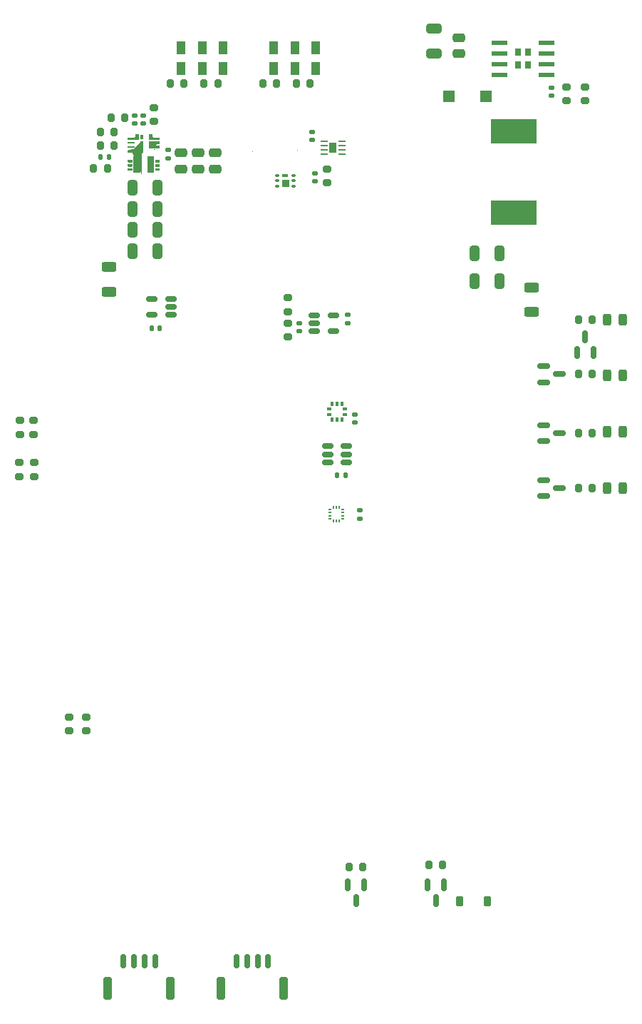
<source format=gbr>
%TF.GenerationSoftware,KiCad,Pcbnew,9.0.5*%
%TF.CreationDate,2025-11-24T08:34:37-05:00*%
%TF.ProjectId,devboard,64657662-6f61-4726-942e-6b696361645f,rev?*%
%TF.SameCoordinates,Original*%
%TF.FileFunction,Paste,Top*%
%TF.FilePolarity,Positive*%
%FSLAX46Y46*%
G04 Gerber Fmt 4.6, Leading zero omitted, Abs format (unit mm)*
G04 Created by KiCad (PCBNEW 9.0.5) date 2025-11-24 08:34:37*
%MOMM*%
%LPD*%
G01*
G04 APERTURE LIST*
G04 Aperture macros list*
%AMRoundRect*
0 Rectangle with rounded corners*
0 $1 Rounding radius*
0 $2 $3 $4 $5 $6 $7 $8 $9 X,Y pos of 4 corners*
0 Add a 4 corners polygon primitive as box body*
4,1,4,$2,$3,$4,$5,$6,$7,$8,$9,$2,$3,0*
0 Add four circle primitives for the rounded corners*
1,1,$1+$1,$2,$3*
1,1,$1+$1,$4,$5*
1,1,$1+$1,$6,$7*
1,1,$1+$1,$8,$9*
0 Add four rect primitives between the rounded corners*
20,1,$1+$1,$2,$3,$4,$5,0*
20,1,$1+$1,$4,$5,$6,$7,0*
20,1,$1+$1,$6,$7,$8,$9,0*
20,1,$1+$1,$8,$9,$2,$3,0*%
%AMFreePoly0*
4,1,230,1.181581,1.191743,1.183810,1.191000,1.185000,1.191000,1.186581,1.190743,1.188810,1.190000,1.190000,1.190000,1.191581,1.189743,1.194581,1.188743,1.195236,1.188472,1.196920,1.187630,1.199581,1.186743,1.201536,1.185536,1.202964,1.184108,1.204236,1.183472,1.205536,1.182536,1.206964,1.181108,1.208236,1.180472,1.209536,1.179536,1.217536,1.171536,1.218472,1.170236,
1.219108,1.168964,1.220536,1.167536,1.221472,1.166236,1.222108,1.164964,1.223536,1.163536,1.224743,1.161581,1.225630,1.158920,1.226472,1.157236,1.226743,1.156581,1.227743,1.153581,1.228000,1.152000,1.228000,1.150810,1.228743,1.148581,1.229000,1.147000,1.229000,1.145810,1.229743,1.143581,1.230000,1.142000,1.230000,-0.093000,1.229472,-0.095236,1.229000,-0.096180,
1.229000,-0.098000,1.228472,-0.100236,1.228000,-0.101180,1.228000,-0.103000,1.227472,-0.105236,1.226630,-0.106920,1.225743,-0.109581,1.225472,-0.110236,1.224472,-0.112236,1.223536,-0.113536,1.222369,-0.114703,1.221743,-0.116581,1.220536,-0.118536,1.219108,-0.119964,1.218472,-0.121236,1.217536,-0.122536,1.211536,-0.128536,1.210236,-0.129472,1.208964,-0.130108,1.207536,-0.131536,
1.206236,-0.132472,1.204964,-0.133108,1.203536,-0.134536,1.202236,-0.135472,1.200236,-0.136472,1.199581,-0.136743,1.196920,-0.137630,1.195236,-0.138472,1.194581,-0.138743,1.191920,-0.139630,1.190236,-0.140472,1.188000,-0.141000,1.186180,-0.141000,1.185236,-0.141472,1.183000,-0.142000,-0.458000,-0.142000,-0.460236,-0.141472,-0.461180,-0.141000,-0.463000,-0.141000,-0.465236,-0.140472,
-0.466920,-0.139630,-0.469581,-0.138743,-0.470236,-0.138472,-0.471920,-0.137630,-0.474581,-0.136743,-0.475236,-0.136472,-0.477236,-0.135472,-0.478536,-0.134536,-0.479964,-0.133108,-0.481236,-0.132472,-0.482536,-0.131536,-0.483964,-0.130108,-0.485236,-0.129472,-0.486536,-0.128536,-0.492536,-0.122536,-0.493472,-0.121236,-0.494108,-0.119964,-0.495536,-0.118536,-0.496743,-0.116581,-0.497369,-0.114703,
-0.498536,-0.113536,-0.499472,-0.112236,-0.500472,-0.110236,-0.500743,-0.109581,-0.501630,-0.106920,-0.502472,-0.105236,-0.503000,-0.103000,-0.503000,-0.101180,-0.503472,-0.100236,-0.504000,-0.098000,-0.504000,-0.096180,-0.504472,-0.095236,-0.505000,-0.093000,-0.505000,0.093000,-0.504472,0.095236,-0.504000,0.096180,-0.504000,0.098000,-0.503472,0.100236,-0.503000,0.101180,-0.503000,0.103000,
-0.502472,0.105236,-0.501630,0.106920,-0.500743,0.109581,-0.500472,0.110236,-0.499472,0.112236,-0.499160,0.112774,-0.497332,0.115516,-0.496472,0.117236,-0.495536,0.118536,-0.494108,0.119964,-0.493472,0.121236,-0.492536,0.122536,-0.486536,0.128536,-0.485236,0.129472,-0.483964,0.130108,-0.482536,0.131536,-0.481236,0.132472,-0.479964,0.133108,-0.478536,0.134536,-0.477236,0.135472,
-0.475236,0.136472,-0.474581,0.136743,-0.471920,0.137630,-0.470236,0.138472,-0.469581,0.138743,-0.466920,0.139630,-0.465236,0.140472,-0.463000,0.141000,-0.461180,0.141000,-0.460236,0.141472,-0.458000,0.142000,-0.453810,0.142000,-0.451581,0.142743,-0.450000,0.143000,0.771820,0.143000,0.772764,0.143472,0.775000,0.144000,0.775585,0.144000,0.778000,0.145000,0.779585,0.145000,
0.780953,0.145566,0.782764,0.146472,0.783596,0.146668,0.784464,0.147536,0.786170,0.148242,0.786464,0.148536,0.787764,0.149472,0.789764,0.150472,0.790596,0.150668,0.792464,0.152536,0.794170,0.153242,0.796464,0.155536,0.956453,0.316525,0.960757,0.320829,0.961464,0.322536,0.963757,0.324829,0.964464,0.326536,0.964892,0.326964,0.965433,0.328046,0.966464,0.330536,
0.966757,0.330829,0.967000,0.331415,0.967000,0.332000,0.968000,0.334415,0.968000,0.335000,0.968528,0.337236,0.969000,0.338180,0.969000,0.340000,0.969528,0.342236,0.970000,0.343180,0.970000,1.142000,0.970257,1.143581,0.971000,1.145810,0.971000,1.147000,0.971257,1.148581,0.972000,1.150810,0.972000,1.152000,0.972257,1.153581,0.973257,1.156581,0.973528,1.157236,
0.974370,1.158920,0.975257,1.161581,0.976464,1.163536,0.977892,1.164964,0.978528,1.166236,0.979464,1.167536,0.980892,1.168964,0.981528,1.170236,0.982464,1.171536,0.990464,1.179536,0.991764,1.180472,0.993036,1.181108,0.994464,1.182536,0.995764,1.183472,0.997036,1.184108,0.998464,1.185536,1.000419,1.186743,1.003080,1.187630,1.004764,1.188472,1.005419,1.188743,
1.008419,1.189743,1.010000,1.190000,1.011190,1.190000,1.013419,1.190743,1.015000,1.191000,1.016190,1.191000,1.018419,1.191743,1.020000,1.192000,1.180000,1.192000,1.181581,1.191743,1.181581,1.191743,$1*%
G04 Aperture macros list end*
%ADD10C,0.010000*%
%ADD11RoundRect,0.140000X0.170000X-0.140000X0.170000X0.140000X-0.170000X0.140000X-0.170000X-0.140000X0*%
%ADD12RoundRect,0.250000X0.325000X0.650000X-0.325000X0.650000X-0.325000X-0.650000X0.325000X-0.650000X0*%
%ADD13RoundRect,0.200000X0.200000X0.275000X-0.200000X0.275000X-0.200000X-0.275000X0.200000X-0.275000X0*%
%ADD14RoundRect,0.250000X-0.325000X-0.650000X0.325000X-0.650000X0.325000X0.650000X-0.325000X0.650000X0*%
%ADD15RoundRect,0.225000X-0.225000X-0.375000X0.225000X-0.375000X0.225000X0.375000X-0.225000X0.375000X0*%
%ADD16RoundRect,0.050000X-0.350000X-0.075000X0.350000X-0.075000X0.350000X0.075000X-0.350000X0.075000X0*%
%ADD17FreePoly0,0.000000*%
%ADD18RoundRect,0.049500X-0.100500X-0.225500X0.100500X-0.225500X0.100500X0.225500X-0.100500X0.225500X0*%
%ADD19RoundRect,0.200000X0.275000X-0.200000X0.275000X0.200000X-0.275000X0.200000X-0.275000X-0.200000X0*%
%ADD20RoundRect,0.200000X-0.275000X0.200000X-0.275000X-0.200000X0.275000X-0.200000X0.275000X0.200000X0*%
%ADD21RoundRect,0.049880X0.400120X0.380120X-0.400120X0.380120X-0.400120X-0.380120X0.400120X-0.380120X0*%
%ADD22RoundRect,0.049880X0.300120X0.095120X-0.300120X0.095120X-0.300120X-0.095120X0.300120X-0.095120X0*%
%ADD23RoundRect,0.050100X0.174900X0.099900X-0.174900X0.099900X-0.174900X-0.099900X0.174900X-0.099900X0*%
%ADD24RoundRect,0.200000X-0.200000X-0.275000X0.200000X-0.275000X0.200000X0.275000X-0.200000X0.275000X0*%
%ADD25R,0.806399X0.254800*%
%ADD26R,0.889000X1.295400*%
%ADD27RoundRect,0.140000X0.140000X0.170000X-0.140000X0.170000X-0.140000X-0.170000X0.140000X-0.170000X0*%
%ADD28RoundRect,0.250000X0.650000X-0.325000X0.650000X0.325000X-0.650000X0.325000X-0.650000X-0.325000X0*%
%ADD29RoundRect,0.150000X-0.150000X-0.700000X0.150000X-0.700000X0.150000X0.700000X-0.150000X0.700000X0*%
%ADD30RoundRect,0.250000X-0.250000X-1.100000X0.250000X-1.100000X0.250000X1.100000X-0.250000X1.100000X0*%
%ADD31R,1.397000X1.447800*%
%ADD32RoundRect,0.140000X-0.170000X0.140000X-0.170000X-0.140000X0.170000X-0.140000X0.170000X0.140000X0*%
%ADD33RoundRect,0.150000X0.150000X-0.587500X0.150000X0.587500X-0.150000X0.587500X-0.150000X-0.587500X0*%
%ADD34RoundRect,0.250000X0.475000X-0.250000X0.475000X0.250000X-0.475000X0.250000X-0.475000X-0.250000X0*%
%ADD35RoundRect,0.250000X-0.625000X0.312500X-0.625000X-0.312500X0.625000X-0.312500X0.625000X0.312500X0*%
%ADD36RoundRect,0.150000X-0.587500X-0.150000X0.587500X-0.150000X0.587500X0.150000X-0.587500X0.150000X0*%
%ADD37RoundRect,0.243750X-0.243750X-0.456250X0.243750X-0.456250X0.243750X0.456250X-0.243750X0.456250X0*%
%ADD38RoundRect,0.150000X0.512500X0.150000X-0.512500X0.150000X-0.512500X-0.150000X0.512500X-0.150000X0*%
%ADD39RoundRect,0.050000X-0.112500X-0.050000X0.112500X-0.050000X0.112500X0.050000X-0.112500X0.050000X0*%
%ADD40RoundRect,0.050000X-0.050000X-0.112500X0.050000X-0.112500X0.050000X0.112500X-0.050000X0.112500X0*%
%ADD41RoundRect,0.100000X-0.175000X-0.100000X0.175000X-0.100000X0.175000X0.100000X-0.175000X0.100000X0*%
%ADD42RoundRect,0.100000X-0.100000X-0.175000X0.100000X-0.175000X0.100000X0.175000X-0.100000X0.175000X0*%
%ADD43RoundRect,0.150000X-0.512500X-0.150000X0.512500X-0.150000X0.512500X0.150000X-0.512500X0.150000X0*%
%ADD44RoundRect,0.250000X-0.475000X0.250000X-0.475000X-0.250000X0.475000X-0.250000X0.475000X0.250000X0*%
%ADD45R,5.410200X2.895600*%
%ADD46R,1.000000X1.600000*%
%ADD47RoundRect,0.140000X-0.140000X-0.170000X0.140000X-0.170000X0.140000X0.170000X-0.140000X0.170000X0*%
%ADD48RoundRect,0.150000X-0.150000X0.587500X-0.150000X-0.587500X0.150000X-0.587500X0.150000X0.587500X0*%
%ADD49R,1.910000X0.610000*%
%ADD50R,0.723000X0.930000*%
G04 APERTURE END LIST*
D10*
%TO.C,PS1*%
X132675887Y-54766834D02*
X132677887Y-54766834D01*
X132680887Y-54767834D01*
X132682887Y-54767834D01*
X132685887Y-54768834D01*
X132687887Y-54769834D01*
X132690887Y-54770834D01*
X132692887Y-54772834D01*
X132694887Y-54773834D01*
X132696887Y-54775834D01*
X132698887Y-54776834D01*
X132700887Y-54778834D01*
X132702887Y-54780834D01*
X132704887Y-54782834D01*
X132706887Y-54784834D01*
X132707887Y-54786834D01*
X132709887Y-54788834D01*
X132710887Y-54790834D01*
X132712887Y-54792834D01*
X132713887Y-54795834D01*
X132714887Y-54797834D01*
X132715887Y-54800834D01*
X132715887Y-54802834D01*
X132716887Y-54805834D01*
X132716887Y-54807834D01*
X132717887Y-54810834D01*
X132717887Y-54812834D01*
X132717887Y-54815834D01*
X132717887Y-54965834D01*
X132717887Y-54968834D01*
X132717887Y-54970834D01*
X132716887Y-54973834D01*
X132716887Y-54975834D01*
X132715887Y-54978834D01*
X132715887Y-54980834D01*
X132714887Y-54983834D01*
X132713887Y-54985834D01*
X132712887Y-54988834D01*
X132710887Y-54990834D01*
X132709887Y-54992834D01*
X132707887Y-54994834D01*
X132706887Y-54996834D01*
X132704887Y-54998834D01*
X132702887Y-55000834D01*
X132700887Y-55002834D01*
X132698887Y-55004834D01*
X132696887Y-55005834D01*
X132694887Y-55007834D01*
X132692887Y-55008834D01*
X132690887Y-55010834D01*
X132687887Y-55011834D01*
X132685887Y-55012834D01*
X132682887Y-55013834D01*
X132680887Y-55013834D01*
X132677887Y-55014834D01*
X132675887Y-55014834D01*
X132672887Y-55015834D01*
X132670887Y-55015834D01*
X132667887Y-55015834D01*
X132317887Y-55015834D01*
X132314887Y-55015834D01*
X132312887Y-55015834D01*
X132309887Y-55014834D01*
X132307887Y-55014834D01*
X132304887Y-55013834D01*
X132302887Y-55013834D01*
X132299887Y-55012834D01*
X132297887Y-55011834D01*
X132294887Y-55010834D01*
X132292887Y-55008834D01*
X132290887Y-55007834D01*
X132288887Y-55005834D01*
X132286887Y-55004834D01*
X132284887Y-55002834D01*
X132282887Y-55000834D01*
X132280887Y-54998834D01*
X132278887Y-54996834D01*
X132277887Y-54994834D01*
X132275887Y-54992834D01*
X132274887Y-54990834D01*
X132272887Y-54988834D01*
X132271887Y-54985834D01*
X132270887Y-54983834D01*
X132269887Y-54980834D01*
X132269887Y-54978834D01*
X132268887Y-54975834D01*
X132268887Y-54973834D01*
X132267887Y-54970834D01*
X132267887Y-54968834D01*
X132267887Y-54965834D01*
X132267887Y-54815834D01*
X132267887Y-54812834D01*
X132267887Y-54810834D01*
X132268887Y-54807834D01*
X132268887Y-54805834D01*
X132269887Y-54802834D01*
X132269887Y-54800834D01*
X132270887Y-54797834D01*
X132271887Y-54795834D01*
X132272887Y-54792834D01*
X132274887Y-54790834D01*
X132275887Y-54788834D01*
X132277887Y-54786834D01*
X132278887Y-54784834D01*
X132280887Y-54782834D01*
X132282887Y-54780834D01*
X132284887Y-54778834D01*
X132286887Y-54776834D01*
X132288887Y-54775834D01*
X132290887Y-54773834D01*
X132292887Y-54772834D01*
X132294887Y-54770834D01*
X132297887Y-54769834D01*
X132299887Y-54768834D01*
X132302887Y-54767834D01*
X132304887Y-54767834D01*
X132307887Y-54766834D01*
X132309887Y-54766834D01*
X132312887Y-54765834D01*
X132314887Y-54765834D01*
X132317887Y-54765834D01*
X132667887Y-54765834D01*
X132670887Y-54765834D01*
X132672887Y-54765834D01*
X132675887Y-54766834D01*
G36*
X132675887Y-54766834D02*
G01*
X132677887Y-54766834D01*
X132680887Y-54767834D01*
X132682887Y-54767834D01*
X132685887Y-54768834D01*
X132687887Y-54769834D01*
X132690887Y-54770834D01*
X132692887Y-54772834D01*
X132694887Y-54773834D01*
X132696887Y-54775834D01*
X132698887Y-54776834D01*
X132700887Y-54778834D01*
X132702887Y-54780834D01*
X132704887Y-54782834D01*
X132706887Y-54784834D01*
X132707887Y-54786834D01*
X132709887Y-54788834D01*
X132710887Y-54790834D01*
X132712887Y-54792834D01*
X132713887Y-54795834D01*
X132714887Y-54797834D01*
X132715887Y-54800834D01*
X132715887Y-54802834D01*
X132716887Y-54805834D01*
X132716887Y-54807834D01*
X132717887Y-54810834D01*
X132717887Y-54812834D01*
X132717887Y-54815834D01*
X132717887Y-54965834D01*
X132717887Y-54968834D01*
X132717887Y-54970834D01*
X132716887Y-54973834D01*
X132716887Y-54975834D01*
X132715887Y-54978834D01*
X132715887Y-54980834D01*
X132714887Y-54983834D01*
X132713887Y-54985834D01*
X132712887Y-54988834D01*
X132710887Y-54990834D01*
X132709887Y-54992834D01*
X132707887Y-54994834D01*
X132706887Y-54996834D01*
X132704887Y-54998834D01*
X132702887Y-55000834D01*
X132700887Y-55002834D01*
X132698887Y-55004834D01*
X132696887Y-55005834D01*
X132694887Y-55007834D01*
X132692887Y-55008834D01*
X132690887Y-55010834D01*
X132687887Y-55011834D01*
X132685887Y-55012834D01*
X132682887Y-55013834D01*
X132680887Y-55013834D01*
X132677887Y-55014834D01*
X132675887Y-55014834D01*
X132672887Y-55015834D01*
X132670887Y-55015834D01*
X132667887Y-55015834D01*
X132317887Y-55015834D01*
X132314887Y-55015834D01*
X132312887Y-55015834D01*
X132309887Y-55014834D01*
X132307887Y-55014834D01*
X132304887Y-55013834D01*
X132302887Y-55013834D01*
X132299887Y-55012834D01*
X132297887Y-55011834D01*
X132294887Y-55010834D01*
X132292887Y-55008834D01*
X132290887Y-55007834D01*
X132288887Y-55005834D01*
X132286887Y-55004834D01*
X132284887Y-55002834D01*
X132282887Y-55000834D01*
X132280887Y-54998834D01*
X132278887Y-54996834D01*
X132277887Y-54994834D01*
X132275887Y-54992834D01*
X132274887Y-54990834D01*
X132272887Y-54988834D01*
X132271887Y-54985834D01*
X132270887Y-54983834D01*
X132269887Y-54980834D01*
X132269887Y-54978834D01*
X132268887Y-54975834D01*
X132268887Y-54973834D01*
X132267887Y-54970834D01*
X132267887Y-54968834D01*
X132267887Y-54965834D01*
X132267887Y-54815834D01*
X132267887Y-54812834D01*
X132267887Y-54810834D01*
X132268887Y-54807834D01*
X132268887Y-54805834D01*
X132269887Y-54802834D01*
X132269887Y-54800834D01*
X132270887Y-54797834D01*
X132271887Y-54795834D01*
X132272887Y-54792834D01*
X132274887Y-54790834D01*
X132275887Y-54788834D01*
X132277887Y-54786834D01*
X132278887Y-54784834D01*
X132280887Y-54782834D01*
X132282887Y-54780834D01*
X132284887Y-54778834D01*
X132286887Y-54776834D01*
X132288887Y-54775834D01*
X132290887Y-54773834D01*
X132292887Y-54772834D01*
X132294887Y-54770834D01*
X132297887Y-54769834D01*
X132299887Y-54768834D01*
X132302887Y-54767834D01*
X132304887Y-54767834D01*
X132307887Y-54766834D01*
X132309887Y-54766834D01*
X132312887Y-54765834D01*
X132314887Y-54765834D01*
X132317887Y-54765834D01*
X132667887Y-54765834D01*
X132670887Y-54765834D01*
X132672887Y-54765834D01*
X132675887Y-54766834D01*
G37*
X132675887Y-55266834D02*
X132677887Y-55266834D01*
X132680887Y-55267834D01*
X132682887Y-55267834D01*
X132685887Y-55268834D01*
X132687887Y-55269834D01*
X132690887Y-55270834D01*
X132692887Y-55272834D01*
X132694887Y-55273834D01*
X132696887Y-55275834D01*
X132698887Y-55276834D01*
X132700887Y-55278834D01*
X132702887Y-55280834D01*
X132704887Y-55282834D01*
X132706887Y-55284834D01*
X132707887Y-55286834D01*
X132709887Y-55288834D01*
X132710887Y-55290834D01*
X132712887Y-55292834D01*
X132713887Y-55295834D01*
X132714887Y-55297834D01*
X132715887Y-55300834D01*
X132715887Y-55302834D01*
X132716887Y-55305834D01*
X132716887Y-55307834D01*
X132717887Y-55310834D01*
X132717887Y-55312834D01*
X132717887Y-55315834D01*
X132717887Y-55465834D01*
X132717887Y-55468834D01*
X132717887Y-55470834D01*
X132716887Y-55473834D01*
X132716887Y-55475834D01*
X132715887Y-55478834D01*
X132715887Y-55480834D01*
X132714887Y-55483834D01*
X132713887Y-55485834D01*
X132712887Y-55488834D01*
X132710887Y-55490834D01*
X132709887Y-55492834D01*
X132707887Y-55494834D01*
X132706887Y-55496834D01*
X132704887Y-55498834D01*
X132702887Y-55500834D01*
X132700887Y-55502834D01*
X132698887Y-55504834D01*
X132696887Y-55505834D01*
X132694887Y-55507834D01*
X132692887Y-55508834D01*
X132690887Y-55510834D01*
X132687887Y-55511834D01*
X132685887Y-55512834D01*
X132682887Y-55513834D01*
X132680887Y-55513834D01*
X132677887Y-55514834D01*
X132675887Y-55514834D01*
X132672887Y-55515834D01*
X132670887Y-55515834D01*
X132667887Y-55515834D01*
X132317887Y-55515834D01*
X132314887Y-55515834D01*
X132312887Y-55515834D01*
X132309887Y-55514834D01*
X132307887Y-55514834D01*
X132304887Y-55513834D01*
X132302887Y-55513834D01*
X132299887Y-55512834D01*
X132297887Y-55511834D01*
X132294887Y-55510834D01*
X132292887Y-55508834D01*
X132290887Y-55507834D01*
X132288887Y-55505834D01*
X132286887Y-55504834D01*
X132284887Y-55502834D01*
X132282887Y-55500834D01*
X132280887Y-55498834D01*
X132278887Y-55496834D01*
X132277887Y-55494834D01*
X132275887Y-55492834D01*
X132274887Y-55490834D01*
X132272887Y-55488834D01*
X132271887Y-55485834D01*
X132270887Y-55483834D01*
X132269887Y-55480834D01*
X132269887Y-55478834D01*
X132268887Y-55475834D01*
X132268887Y-55473834D01*
X132267887Y-55470834D01*
X132267887Y-55468834D01*
X132267887Y-55465834D01*
X132267887Y-55315834D01*
X132267887Y-55312834D01*
X132267887Y-55310834D01*
X132268887Y-55307834D01*
X132268887Y-55305834D01*
X132269887Y-55302834D01*
X132269887Y-55300834D01*
X132270887Y-55297834D01*
X132271887Y-55295834D01*
X132272887Y-55292834D01*
X132274887Y-55290834D01*
X132275887Y-55288834D01*
X132277887Y-55286834D01*
X132278887Y-55284834D01*
X132280887Y-55282834D01*
X132282887Y-55280834D01*
X132284887Y-55278834D01*
X132286887Y-55276834D01*
X132288887Y-55275834D01*
X132290887Y-55273834D01*
X132292887Y-55272834D01*
X132294887Y-55270834D01*
X132297887Y-55269834D01*
X132299887Y-55268834D01*
X132302887Y-55267834D01*
X132304887Y-55267834D01*
X132307887Y-55266834D01*
X132309887Y-55266834D01*
X132312887Y-55265834D01*
X132314887Y-55265834D01*
X132317887Y-55265834D01*
X132667887Y-55265834D01*
X132670887Y-55265834D01*
X132672887Y-55265834D01*
X132675887Y-55266834D01*
G36*
X132675887Y-55266834D02*
G01*
X132677887Y-55266834D01*
X132680887Y-55267834D01*
X132682887Y-55267834D01*
X132685887Y-55268834D01*
X132687887Y-55269834D01*
X132690887Y-55270834D01*
X132692887Y-55272834D01*
X132694887Y-55273834D01*
X132696887Y-55275834D01*
X132698887Y-55276834D01*
X132700887Y-55278834D01*
X132702887Y-55280834D01*
X132704887Y-55282834D01*
X132706887Y-55284834D01*
X132707887Y-55286834D01*
X132709887Y-55288834D01*
X132710887Y-55290834D01*
X132712887Y-55292834D01*
X132713887Y-55295834D01*
X132714887Y-55297834D01*
X132715887Y-55300834D01*
X132715887Y-55302834D01*
X132716887Y-55305834D01*
X132716887Y-55307834D01*
X132717887Y-55310834D01*
X132717887Y-55312834D01*
X132717887Y-55315834D01*
X132717887Y-55465834D01*
X132717887Y-55468834D01*
X132717887Y-55470834D01*
X132716887Y-55473834D01*
X132716887Y-55475834D01*
X132715887Y-55478834D01*
X132715887Y-55480834D01*
X132714887Y-55483834D01*
X132713887Y-55485834D01*
X132712887Y-55488834D01*
X132710887Y-55490834D01*
X132709887Y-55492834D01*
X132707887Y-55494834D01*
X132706887Y-55496834D01*
X132704887Y-55498834D01*
X132702887Y-55500834D01*
X132700887Y-55502834D01*
X132698887Y-55504834D01*
X132696887Y-55505834D01*
X132694887Y-55507834D01*
X132692887Y-55508834D01*
X132690887Y-55510834D01*
X132687887Y-55511834D01*
X132685887Y-55512834D01*
X132682887Y-55513834D01*
X132680887Y-55513834D01*
X132677887Y-55514834D01*
X132675887Y-55514834D01*
X132672887Y-55515834D01*
X132670887Y-55515834D01*
X132667887Y-55515834D01*
X132317887Y-55515834D01*
X132314887Y-55515834D01*
X132312887Y-55515834D01*
X132309887Y-55514834D01*
X132307887Y-55514834D01*
X132304887Y-55513834D01*
X132302887Y-55513834D01*
X132299887Y-55512834D01*
X132297887Y-55511834D01*
X132294887Y-55510834D01*
X132292887Y-55508834D01*
X132290887Y-55507834D01*
X132288887Y-55505834D01*
X132286887Y-55504834D01*
X132284887Y-55502834D01*
X132282887Y-55500834D01*
X132280887Y-55498834D01*
X132278887Y-55496834D01*
X132277887Y-55494834D01*
X132275887Y-55492834D01*
X132274887Y-55490834D01*
X132272887Y-55488834D01*
X132271887Y-55485834D01*
X132270887Y-55483834D01*
X132269887Y-55480834D01*
X132269887Y-55478834D01*
X132268887Y-55475834D01*
X132268887Y-55473834D01*
X132267887Y-55470834D01*
X132267887Y-55468834D01*
X132267887Y-55465834D01*
X132267887Y-55315834D01*
X132267887Y-55312834D01*
X132267887Y-55310834D01*
X132268887Y-55307834D01*
X132268887Y-55305834D01*
X132269887Y-55302834D01*
X132269887Y-55300834D01*
X132270887Y-55297834D01*
X132271887Y-55295834D01*
X132272887Y-55292834D01*
X132274887Y-55290834D01*
X132275887Y-55288834D01*
X132277887Y-55286834D01*
X132278887Y-55284834D01*
X132280887Y-55282834D01*
X132282887Y-55280834D01*
X132284887Y-55278834D01*
X132286887Y-55276834D01*
X132288887Y-55275834D01*
X132290887Y-55273834D01*
X132292887Y-55272834D01*
X132294887Y-55270834D01*
X132297887Y-55269834D01*
X132299887Y-55268834D01*
X132302887Y-55267834D01*
X132304887Y-55267834D01*
X132307887Y-55266834D01*
X132309887Y-55266834D01*
X132312887Y-55265834D01*
X132314887Y-55265834D01*
X132317887Y-55265834D01*
X132667887Y-55265834D01*
X132670887Y-55265834D01*
X132672887Y-55265834D01*
X132675887Y-55266834D01*
G37*
X132675887Y-54266834D02*
X132677887Y-54266834D01*
X132680887Y-54267834D01*
X132682887Y-54267834D01*
X132685887Y-54268834D01*
X132687887Y-54269834D01*
X132690887Y-54270834D01*
X132692887Y-54272834D01*
X132694887Y-54273834D01*
X132696887Y-54275834D01*
X132698887Y-54276834D01*
X132700887Y-54278834D01*
X132702887Y-54280834D01*
X132704887Y-54282834D01*
X132706887Y-54284834D01*
X132707887Y-54286834D01*
X132709887Y-54288834D01*
X132710887Y-54290834D01*
X132712887Y-54292834D01*
X132713887Y-54295834D01*
X132714887Y-54297834D01*
X132715887Y-54300834D01*
X132715887Y-54302834D01*
X132716887Y-54305834D01*
X132716887Y-54307834D01*
X132717887Y-54310834D01*
X132717887Y-54312834D01*
X132717887Y-54315834D01*
X132717887Y-54465834D01*
X132717887Y-54468834D01*
X132717887Y-54470834D01*
X132716887Y-54473834D01*
X132716887Y-54475834D01*
X132715887Y-54478834D01*
X132715887Y-54480834D01*
X132714887Y-54483834D01*
X132713887Y-54485834D01*
X132712887Y-54488834D01*
X132710887Y-54490834D01*
X132709887Y-54492834D01*
X132707887Y-54494834D01*
X132706887Y-54496834D01*
X132704887Y-54498834D01*
X132702887Y-54500834D01*
X132700887Y-54502834D01*
X132698887Y-54504834D01*
X132696887Y-54505834D01*
X132694887Y-54507834D01*
X132692887Y-54508834D01*
X132690887Y-54510834D01*
X132687887Y-54511834D01*
X132685887Y-54512834D01*
X132682887Y-54513834D01*
X132680887Y-54513834D01*
X132677887Y-54514834D01*
X132675887Y-54514834D01*
X132672887Y-54515834D01*
X132670887Y-54515834D01*
X132667887Y-54515834D01*
X132317887Y-54515834D01*
X132314887Y-54515834D01*
X132312887Y-54515834D01*
X132309887Y-54514834D01*
X132307887Y-54514834D01*
X132304887Y-54513834D01*
X132302887Y-54513834D01*
X132299887Y-54512834D01*
X132297887Y-54511834D01*
X132294887Y-54510834D01*
X132292887Y-54508834D01*
X132290887Y-54507834D01*
X132288887Y-54505834D01*
X132286887Y-54504834D01*
X132284887Y-54502834D01*
X132282887Y-54500834D01*
X132280887Y-54498834D01*
X132278887Y-54496834D01*
X132277887Y-54494834D01*
X132275887Y-54492834D01*
X132274887Y-54490834D01*
X132272887Y-54488834D01*
X132271887Y-54485834D01*
X132270887Y-54483834D01*
X132269887Y-54480834D01*
X132269887Y-54478834D01*
X132268887Y-54475834D01*
X132268887Y-54473834D01*
X132267887Y-54470834D01*
X132267887Y-54468834D01*
X132267887Y-54465834D01*
X132267887Y-54315834D01*
X132267887Y-54312834D01*
X132267887Y-54310834D01*
X132268887Y-54307834D01*
X132268887Y-54305834D01*
X132269887Y-54302834D01*
X132269887Y-54300834D01*
X132270887Y-54297834D01*
X132271887Y-54295834D01*
X132272887Y-54292834D01*
X132274887Y-54290834D01*
X132275887Y-54288834D01*
X132277887Y-54286834D01*
X132278887Y-54284834D01*
X132280887Y-54282834D01*
X132282887Y-54280834D01*
X132284887Y-54278834D01*
X132286887Y-54276834D01*
X132288887Y-54275834D01*
X132290887Y-54273834D01*
X132292887Y-54272834D01*
X132294887Y-54270834D01*
X132297887Y-54269834D01*
X132299887Y-54268834D01*
X132302887Y-54267834D01*
X132304887Y-54267834D01*
X132307887Y-54266834D01*
X132309887Y-54266834D01*
X132312887Y-54265834D01*
X132314887Y-54265834D01*
X132317887Y-54265834D01*
X132667887Y-54265834D01*
X132670887Y-54265834D01*
X132672887Y-54265834D01*
X132675887Y-54266834D01*
G36*
X132675887Y-54266834D02*
G01*
X132677887Y-54266834D01*
X132680887Y-54267834D01*
X132682887Y-54267834D01*
X132685887Y-54268834D01*
X132687887Y-54269834D01*
X132690887Y-54270834D01*
X132692887Y-54272834D01*
X132694887Y-54273834D01*
X132696887Y-54275834D01*
X132698887Y-54276834D01*
X132700887Y-54278834D01*
X132702887Y-54280834D01*
X132704887Y-54282834D01*
X132706887Y-54284834D01*
X132707887Y-54286834D01*
X132709887Y-54288834D01*
X132710887Y-54290834D01*
X132712887Y-54292834D01*
X132713887Y-54295834D01*
X132714887Y-54297834D01*
X132715887Y-54300834D01*
X132715887Y-54302834D01*
X132716887Y-54305834D01*
X132716887Y-54307834D01*
X132717887Y-54310834D01*
X132717887Y-54312834D01*
X132717887Y-54315834D01*
X132717887Y-54465834D01*
X132717887Y-54468834D01*
X132717887Y-54470834D01*
X132716887Y-54473834D01*
X132716887Y-54475834D01*
X132715887Y-54478834D01*
X132715887Y-54480834D01*
X132714887Y-54483834D01*
X132713887Y-54485834D01*
X132712887Y-54488834D01*
X132710887Y-54490834D01*
X132709887Y-54492834D01*
X132707887Y-54494834D01*
X132706887Y-54496834D01*
X132704887Y-54498834D01*
X132702887Y-54500834D01*
X132700887Y-54502834D01*
X132698887Y-54504834D01*
X132696887Y-54505834D01*
X132694887Y-54507834D01*
X132692887Y-54508834D01*
X132690887Y-54510834D01*
X132687887Y-54511834D01*
X132685887Y-54512834D01*
X132682887Y-54513834D01*
X132680887Y-54513834D01*
X132677887Y-54514834D01*
X132675887Y-54514834D01*
X132672887Y-54515834D01*
X132670887Y-54515834D01*
X132667887Y-54515834D01*
X132317887Y-54515834D01*
X132314887Y-54515834D01*
X132312887Y-54515834D01*
X132309887Y-54514834D01*
X132307887Y-54514834D01*
X132304887Y-54513834D01*
X132302887Y-54513834D01*
X132299887Y-54512834D01*
X132297887Y-54511834D01*
X132294887Y-54510834D01*
X132292887Y-54508834D01*
X132290887Y-54507834D01*
X132288887Y-54505834D01*
X132286887Y-54504834D01*
X132284887Y-54502834D01*
X132282887Y-54500834D01*
X132280887Y-54498834D01*
X132278887Y-54496834D01*
X132277887Y-54494834D01*
X132275887Y-54492834D01*
X132274887Y-54490834D01*
X132272887Y-54488834D01*
X132271887Y-54485834D01*
X132270887Y-54483834D01*
X132269887Y-54480834D01*
X132269887Y-54478834D01*
X132268887Y-54475834D01*
X132268887Y-54473834D01*
X132267887Y-54470834D01*
X132267887Y-54468834D01*
X132267887Y-54465834D01*
X132267887Y-54315834D01*
X132267887Y-54312834D01*
X132267887Y-54310834D01*
X132268887Y-54307834D01*
X132268887Y-54305834D01*
X132269887Y-54302834D01*
X132269887Y-54300834D01*
X132270887Y-54297834D01*
X132271887Y-54295834D01*
X132272887Y-54292834D01*
X132274887Y-54290834D01*
X132275887Y-54288834D01*
X132277887Y-54286834D01*
X132278887Y-54284834D01*
X132280887Y-54282834D01*
X132282887Y-54280834D01*
X132284887Y-54278834D01*
X132286887Y-54276834D01*
X132288887Y-54275834D01*
X132290887Y-54273834D01*
X132292887Y-54272834D01*
X132294887Y-54270834D01*
X132297887Y-54269834D01*
X132299887Y-54268834D01*
X132302887Y-54267834D01*
X132304887Y-54267834D01*
X132307887Y-54266834D01*
X132309887Y-54266834D01*
X132312887Y-54265834D01*
X132314887Y-54265834D01*
X132317887Y-54265834D01*
X132667887Y-54265834D01*
X132670887Y-54265834D01*
X132672887Y-54265834D01*
X132675887Y-54266834D01*
G37*
X133950887Y-52076834D02*
X133952887Y-52076834D01*
X133955887Y-52077834D01*
X133957887Y-52077834D01*
X133960887Y-52078834D01*
X133962887Y-52079834D01*
X133965887Y-52080834D01*
X133967887Y-52082834D01*
X133969887Y-52083834D01*
X133971887Y-52085834D01*
X133973887Y-52086834D01*
X133975887Y-52088834D01*
X133977887Y-52090834D01*
X133979887Y-52092834D01*
X133981887Y-52094834D01*
X133982887Y-52096834D01*
X133984887Y-52098834D01*
X133985887Y-52100834D01*
X133987887Y-52102834D01*
X133988887Y-52105834D01*
X133989887Y-52107834D01*
X133990887Y-52110834D01*
X133990887Y-52112834D01*
X133991887Y-52115834D01*
X133991887Y-52117834D01*
X133992887Y-52120834D01*
X133992887Y-52122834D01*
X133992887Y-52125834D01*
X133992887Y-53350834D01*
X133992887Y-53353834D01*
X133992887Y-53355834D01*
X133991887Y-53358834D01*
X133991887Y-53360834D01*
X133990887Y-53363834D01*
X133990887Y-53365834D01*
X133989887Y-53368834D01*
X133988887Y-53370834D01*
X133987887Y-53373834D01*
X133985887Y-53375834D01*
X133984887Y-53377834D01*
X133982887Y-53379834D01*
X133981887Y-53381834D01*
X133979887Y-53383834D01*
X133977887Y-53385834D01*
X133975887Y-53387834D01*
X133973887Y-53389834D01*
X133971887Y-53390834D01*
X133969887Y-53392834D01*
X133967887Y-53393834D01*
X133965887Y-53395834D01*
X133962887Y-53396834D01*
X133960887Y-53397834D01*
X133957887Y-53398834D01*
X133955887Y-53398834D01*
X133952887Y-53399834D01*
X133950887Y-53399834D01*
X133947887Y-53400834D01*
X133945887Y-53400834D01*
X133942887Y-53400834D01*
X133792887Y-53400834D01*
X133789887Y-53400834D01*
X133787887Y-53400834D01*
X133784887Y-53399834D01*
X133782887Y-53399834D01*
X133779887Y-53398834D01*
X133777887Y-53398834D01*
X133774887Y-53397834D01*
X133772887Y-53396834D01*
X133769887Y-53395834D01*
X133767887Y-53393834D01*
X133765887Y-53392834D01*
X133763887Y-53390834D01*
X133761887Y-53389834D01*
X133759887Y-53387834D01*
X133757887Y-53385834D01*
X133755887Y-53383834D01*
X133753887Y-53381834D01*
X133752887Y-53379834D01*
X133750887Y-53377834D01*
X133749887Y-53375834D01*
X133747887Y-53373834D01*
X133746887Y-53370834D01*
X133745887Y-53368834D01*
X133744887Y-53365834D01*
X133744887Y-53363834D01*
X133743887Y-53360834D01*
X133743887Y-53358834D01*
X133742887Y-53355834D01*
X133742887Y-53353834D01*
X133742887Y-53350834D01*
X133742887Y-52125834D01*
X133742887Y-52122834D01*
X133742887Y-52120834D01*
X133743887Y-52117834D01*
X133743887Y-52115834D01*
X133744887Y-52112834D01*
X133744887Y-52110834D01*
X133745887Y-52107834D01*
X133746887Y-52105834D01*
X133747887Y-52102834D01*
X133749887Y-52100834D01*
X133750887Y-52098834D01*
X133752887Y-52096834D01*
X133753887Y-52094834D01*
X133755887Y-52092834D01*
X133757887Y-52090834D01*
X133759887Y-52088834D01*
X133761887Y-52086834D01*
X133763887Y-52085834D01*
X133765887Y-52083834D01*
X133767887Y-52082834D01*
X133769887Y-52080834D01*
X133772887Y-52079834D01*
X133774887Y-52078834D01*
X133777887Y-52077834D01*
X133779887Y-52077834D01*
X133782887Y-52076834D01*
X133784887Y-52076834D01*
X133787887Y-52075834D01*
X133789887Y-52075834D01*
X133792887Y-52075834D01*
X133942887Y-52075834D01*
X133945887Y-52075834D01*
X133947887Y-52075834D01*
X133950887Y-52076834D01*
G36*
X133950887Y-52076834D02*
G01*
X133952887Y-52076834D01*
X133955887Y-52077834D01*
X133957887Y-52077834D01*
X133960887Y-52078834D01*
X133962887Y-52079834D01*
X133965887Y-52080834D01*
X133967887Y-52082834D01*
X133969887Y-52083834D01*
X133971887Y-52085834D01*
X133973887Y-52086834D01*
X133975887Y-52088834D01*
X133977887Y-52090834D01*
X133979887Y-52092834D01*
X133981887Y-52094834D01*
X133982887Y-52096834D01*
X133984887Y-52098834D01*
X133985887Y-52100834D01*
X133987887Y-52102834D01*
X133988887Y-52105834D01*
X133989887Y-52107834D01*
X133990887Y-52110834D01*
X133990887Y-52112834D01*
X133991887Y-52115834D01*
X133991887Y-52117834D01*
X133992887Y-52120834D01*
X133992887Y-52122834D01*
X133992887Y-52125834D01*
X133992887Y-53350834D01*
X133992887Y-53353834D01*
X133992887Y-53355834D01*
X133991887Y-53358834D01*
X133991887Y-53360834D01*
X133990887Y-53363834D01*
X133990887Y-53365834D01*
X133989887Y-53368834D01*
X133988887Y-53370834D01*
X133987887Y-53373834D01*
X133985887Y-53375834D01*
X133984887Y-53377834D01*
X133982887Y-53379834D01*
X133981887Y-53381834D01*
X133979887Y-53383834D01*
X133977887Y-53385834D01*
X133975887Y-53387834D01*
X133973887Y-53389834D01*
X133971887Y-53390834D01*
X133969887Y-53392834D01*
X133967887Y-53393834D01*
X133965887Y-53395834D01*
X133962887Y-53396834D01*
X133960887Y-53397834D01*
X133957887Y-53398834D01*
X133955887Y-53398834D01*
X133952887Y-53399834D01*
X133950887Y-53399834D01*
X133947887Y-53400834D01*
X133945887Y-53400834D01*
X133942887Y-53400834D01*
X133792887Y-53400834D01*
X133789887Y-53400834D01*
X133787887Y-53400834D01*
X133784887Y-53399834D01*
X133782887Y-53399834D01*
X133779887Y-53398834D01*
X133777887Y-53398834D01*
X133774887Y-53397834D01*
X133772887Y-53396834D01*
X133769887Y-53395834D01*
X133767887Y-53393834D01*
X133765887Y-53392834D01*
X133763887Y-53390834D01*
X133761887Y-53389834D01*
X133759887Y-53387834D01*
X133757887Y-53385834D01*
X133755887Y-53383834D01*
X133753887Y-53381834D01*
X133752887Y-53379834D01*
X133750887Y-53377834D01*
X133749887Y-53375834D01*
X133747887Y-53373834D01*
X133746887Y-53370834D01*
X133745887Y-53368834D01*
X133744887Y-53365834D01*
X133744887Y-53363834D01*
X133743887Y-53360834D01*
X133743887Y-53358834D01*
X133742887Y-53355834D01*
X133742887Y-53353834D01*
X133742887Y-53350834D01*
X133742887Y-52125834D01*
X133742887Y-52122834D01*
X133742887Y-52120834D01*
X133743887Y-52117834D01*
X133743887Y-52115834D01*
X133744887Y-52112834D01*
X133744887Y-52110834D01*
X133745887Y-52107834D01*
X133746887Y-52105834D01*
X133747887Y-52102834D01*
X133749887Y-52100834D01*
X133750887Y-52098834D01*
X133752887Y-52096834D01*
X133753887Y-52094834D01*
X133755887Y-52092834D01*
X133757887Y-52090834D01*
X133759887Y-52088834D01*
X133761887Y-52086834D01*
X133763887Y-52085834D01*
X133765887Y-52083834D01*
X133767887Y-52082834D01*
X133769887Y-52080834D01*
X133772887Y-52079834D01*
X133774887Y-52078834D01*
X133777887Y-52077834D01*
X133779887Y-52077834D01*
X133782887Y-52076834D01*
X133784887Y-52076834D01*
X133787887Y-52075834D01*
X133789887Y-52075834D01*
X133792887Y-52075834D01*
X133942887Y-52075834D01*
X133945887Y-52075834D01*
X133947887Y-52075834D01*
X133950887Y-52076834D01*
G37*
X135925887Y-54266834D02*
X135927887Y-54266834D01*
X135930887Y-54267834D01*
X135932887Y-54267834D01*
X135935887Y-54268834D01*
X135937887Y-54269834D01*
X135940887Y-54270834D01*
X135942887Y-54272834D01*
X135944887Y-54273834D01*
X135946887Y-54275834D01*
X135948887Y-54276834D01*
X135950887Y-54278834D01*
X135952887Y-54280834D01*
X135954887Y-54282834D01*
X135956887Y-54284834D01*
X135957887Y-54286834D01*
X135959887Y-54288834D01*
X135960887Y-54290834D01*
X135962887Y-54292834D01*
X135963887Y-54295834D01*
X135964887Y-54297834D01*
X135965887Y-54300834D01*
X135965887Y-54302834D01*
X135966887Y-54305834D01*
X135966887Y-54307834D01*
X135967887Y-54310834D01*
X135967887Y-54312834D01*
X135967887Y-54315834D01*
X135967887Y-54465834D01*
X135967887Y-54468834D01*
X135967887Y-54470834D01*
X135966887Y-54473834D01*
X135966887Y-54475834D01*
X135965887Y-54478834D01*
X135965887Y-54480834D01*
X135964887Y-54483834D01*
X135963887Y-54485834D01*
X135962887Y-54488834D01*
X135960887Y-54490834D01*
X135959887Y-54492834D01*
X135957887Y-54494834D01*
X135956887Y-54496834D01*
X135954887Y-54498834D01*
X135952887Y-54500834D01*
X135950887Y-54502834D01*
X135948887Y-54504834D01*
X135946887Y-54505834D01*
X135944887Y-54507834D01*
X135942887Y-54508834D01*
X135940887Y-54510834D01*
X135937887Y-54511834D01*
X135935887Y-54512834D01*
X135932887Y-54513834D01*
X135930887Y-54513834D01*
X135927887Y-54514834D01*
X135925887Y-54514834D01*
X135922887Y-54515834D01*
X135920887Y-54515834D01*
X135917887Y-54515834D01*
X135567887Y-54515834D01*
X135564887Y-54515834D01*
X135562887Y-54515834D01*
X135559887Y-54514834D01*
X135557887Y-54514834D01*
X135554887Y-54513834D01*
X135552887Y-54513834D01*
X135549887Y-54512834D01*
X135547887Y-54511834D01*
X135544887Y-54510834D01*
X135542887Y-54508834D01*
X135540887Y-54507834D01*
X135538887Y-54505834D01*
X135536887Y-54504834D01*
X135534887Y-54502834D01*
X135532887Y-54500834D01*
X135530887Y-54498834D01*
X135528887Y-54496834D01*
X135527887Y-54494834D01*
X135525887Y-54492834D01*
X135524887Y-54490834D01*
X135522887Y-54488834D01*
X135521887Y-54485834D01*
X135520887Y-54483834D01*
X135519887Y-54480834D01*
X135519887Y-54478834D01*
X135518887Y-54475834D01*
X135518887Y-54473834D01*
X135517887Y-54470834D01*
X135517887Y-54468834D01*
X135517887Y-54465834D01*
X135517887Y-54315834D01*
X135517887Y-54312834D01*
X135517887Y-54310834D01*
X135518887Y-54307834D01*
X135518887Y-54305834D01*
X135519887Y-54302834D01*
X135519887Y-54300834D01*
X135520887Y-54297834D01*
X135521887Y-54295834D01*
X135522887Y-54292834D01*
X135524887Y-54290834D01*
X135525887Y-54288834D01*
X135527887Y-54286834D01*
X135528887Y-54284834D01*
X135530887Y-54282834D01*
X135532887Y-54280834D01*
X135534887Y-54278834D01*
X135536887Y-54276834D01*
X135538887Y-54275834D01*
X135540887Y-54273834D01*
X135542887Y-54272834D01*
X135544887Y-54270834D01*
X135547887Y-54269834D01*
X135549887Y-54268834D01*
X135552887Y-54267834D01*
X135554887Y-54267834D01*
X135557887Y-54266834D01*
X135559887Y-54266834D01*
X135562887Y-54265834D01*
X135564887Y-54265834D01*
X135567887Y-54265834D01*
X135917887Y-54265834D01*
X135920887Y-54265834D01*
X135922887Y-54265834D01*
X135925887Y-54266834D01*
G36*
X135925887Y-54266834D02*
G01*
X135927887Y-54266834D01*
X135930887Y-54267834D01*
X135932887Y-54267834D01*
X135935887Y-54268834D01*
X135937887Y-54269834D01*
X135940887Y-54270834D01*
X135942887Y-54272834D01*
X135944887Y-54273834D01*
X135946887Y-54275834D01*
X135948887Y-54276834D01*
X135950887Y-54278834D01*
X135952887Y-54280834D01*
X135954887Y-54282834D01*
X135956887Y-54284834D01*
X135957887Y-54286834D01*
X135959887Y-54288834D01*
X135960887Y-54290834D01*
X135962887Y-54292834D01*
X135963887Y-54295834D01*
X135964887Y-54297834D01*
X135965887Y-54300834D01*
X135965887Y-54302834D01*
X135966887Y-54305834D01*
X135966887Y-54307834D01*
X135967887Y-54310834D01*
X135967887Y-54312834D01*
X135967887Y-54315834D01*
X135967887Y-54465834D01*
X135967887Y-54468834D01*
X135967887Y-54470834D01*
X135966887Y-54473834D01*
X135966887Y-54475834D01*
X135965887Y-54478834D01*
X135965887Y-54480834D01*
X135964887Y-54483834D01*
X135963887Y-54485834D01*
X135962887Y-54488834D01*
X135960887Y-54490834D01*
X135959887Y-54492834D01*
X135957887Y-54494834D01*
X135956887Y-54496834D01*
X135954887Y-54498834D01*
X135952887Y-54500834D01*
X135950887Y-54502834D01*
X135948887Y-54504834D01*
X135946887Y-54505834D01*
X135944887Y-54507834D01*
X135942887Y-54508834D01*
X135940887Y-54510834D01*
X135937887Y-54511834D01*
X135935887Y-54512834D01*
X135932887Y-54513834D01*
X135930887Y-54513834D01*
X135927887Y-54514834D01*
X135925887Y-54514834D01*
X135922887Y-54515834D01*
X135920887Y-54515834D01*
X135917887Y-54515834D01*
X135567887Y-54515834D01*
X135564887Y-54515834D01*
X135562887Y-54515834D01*
X135559887Y-54514834D01*
X135557887Y-54514834D01*
X135554887Y-54513834D01*
X135552887Y-54513834D01*
X135549887Y-54512834D01*
X135547887Y-54511834D01*
X135544887Y-54510834D01*
X135542887Y-54508834D01*
X135540887Y-54507834D01*
X135538887Y-54505834D01*
X135536887Y-54504834D01*
X135534887Y-54502834D01*
X135532887Y-54500834D01*
X135530887Y-54498834D01*
X135528887Y-54496834D01*
X135527887Y-54494834D01*
X135525887Y-54492834D01*
X135524887Y-54490834D01*
X135522887Y-54488834D01*
X135521887Y-54485834D01*
X135520887Y-54483834D01*
X135519887Y-54480834D01*
X135519887Y-54478834D01*
X135518887Y-54475834D01*
X135518887Y-54473834D01*
X135517887Y-54470834D01*
X135517887Y-54468834D01*
X135517887Y-54465834D01*
X135517887Y-54315834D01*
X135517887Y-54312834D01*
X135517887Y-54310834D01*
X135518887Y-54307834D01*
X135518887Y-54305834D01*
X135519887Y-54302834D01*
X135519887Y-54300834D01*
X135520887Y-54297834D01*
X135521887Y-54295834D01*
X135522887Y-54292834D01*
X135524887Y-54290834D01*
X135525887Y-54288834D01*
X135527887Y-54286834D01*
X135528887Y-54284834D01*
X135530887Y-54282834D01*
X135532887Y-54280834D01*
X135534887Y-54278834D01*
X135536887Y-54276834D01*
X135538887Y-54275834D01*
X135540887Y-54273834D01*
X135542887Y-54272834D01*
X135544887Y-54270834D01*
X135547887Y-54269834D01*
X135549887Y-54268834D01*
X135552887Y-54267834D01*
X135554887Y-54267834D01*
X135557887Y-54266834D01*
X135559887Y-54266834D01*
X135562887Y-54265834D01*
X135564887Y-54265834D01*
X135567887Y-54265834D01*
X135917887Y-54265834D01*
X135920887Y-54265834D01*
X135922887Y-54265834D01*
X135925887Y-54266834D01*
G37*
X135925887Y-54766834D02*
X135927887Y-54766834D01*
X135930887Y-54767834D01*
X135932887Y-54767834D01*
X135935887Y-54768834D01*
X135937887Y-54769834D01*
X135940887Y-54770834D01*
X135942887Y-54772834D01*
X135944887Y-54773834D01*
X135946887Y-54775834D01*
X135948887Y-54776834D01*
X135950887Y-54778834D01*
X135952887Y-54780834D01*
X135954887Y-54782834D01*
X135956887Y-54784834D01*
X135957887Y-54786834D01*
X135959887Y-54788834D01*
X135960887Y-54790834D01*
X135962887Y-54792834D01*
X135963887Y-54795834D01*
X135964887Y-54797834D01*
X135965887Y-54800834D01*
X135965887Y-54802834D01*
X135966887Y-54805834D01*
X135966887Y-54807834D01*
X135967887Y-54810834D01*
X135967887Y-54812834D01*
X135967887Y-54815834D01*
X135967887Y-54965834D01*
X135967887Y-54968834D01*
X135967887Y-54970834D01*
X135966887Y-54973834D01*
X135966887Y-54975834D01*
X135965887Y-54978834D01*
X135965887Y-54980834D01*
X135964887Y-54983834D01*
X135963887Y-54985834D01*
X135962887Y-54988834D01*
X135960887Y-54990834D01*
X135959887Y-54992834D01*
X135957887Y-54994834D01*
X135956887Y-54996834D01*
X135954887Y-54998834D01*
X135952887Y-55000834D01*
X135950887Y-55002834D01*
X135948887Y-55004834D01*
X135946887Y-55005834D01*
X135944887Y-55007834D01*
X135942887Y-55008834D01*
X135940887Y-55010834D01*
X135937887Y-55011834D01*
X135935887Y-55012834D01*
X135932887Y-55013834D01*
X135930887Y-55013834D01*
X135927887Y-55014834D01*
X135925887Y-55014834D01*
X135922887Y-55015834D01*
X135920887Y-55015834D01*
X135917887Y-55015834D01*
X135567887Y-55015834D01*
X135564887Y-55015834D01*
X135562887Y-55015834D01*
X135559887Y-55014834D01*
X135557887Y-55014834D01*
X135554887Y-55013834D01*
X135552887Y-55013834D01*
X135549887Y-55012834D01*
X135547887Y-55011834D01*
X135544887Y-55010834D01*
X135542887Y-55008834D01*
X135540887Y-55007834D01*
X135538887Y-55005834D01*
X135536887Y-55004834D01*
X135534887Y-55002834D01*
X135532887Y-55000834D01*
X135530887Y-54998834D01*
X135528887Y-54996834D01*
X135527887Y-54994834D01*
X135525887Y-54992834D01*
X135524887Y-54990834D01*
X135522887Y-54988834D01*
X135521887Y-54985834D01*
X135520887Y-54983834D01*
X135519887Y-54980834D01*
X135519887Y-54978834D01*
X135518887Y-54975834D01*
X135518887Y-54973834D01*
X135517887Y-54970834D01*
X135517887Y-54968834D01*
X135517887Y-54965834D01*
X135517887Y-54815834D01*
X135517887Y-54812834D01*
X135517887Y-54810834D01*
X135518887Y-54807834D01*
X135518887Y-54805834D01*
X135519887Y-54802834D01*
X135519887Y-54800834D01*
X135520887Y-54797834D01*
X135521887Y-54795834D01*
X135522887Y-54792834D01*
X135524887Y-54790834D01*
X135525887Y-54788834D01*
X135527887Y-54786834D01*
X135528887Y-54784834D01*
X135530887Y-54782834D01*
X135532887Y-54780834D01*
X135534887Y-54778834D01*
X135536887Y-54776834D01*
X135538887Y-54775834D01*
X135540887Y-54773834D01*
X135542887Y-54772834D01*
X135544887Y-54770834D01*
X135547887Y-54769834D01*
X135549887Y-54768834D01*
X135552887Y-54767834D01*
X135554887Y-54767834D01*
X135557887Y-54766834D01*
X135559887Y-54766834D01*
X135562887Y-54765834D01*
X135564887Y-54765834D01*
X135567887Y-54765834D01*
X135917887Y-54765834D01*
X135920887Y-54765834D01*
X135922887Y-54765834D01*
X135925887Y-54766834D01*
G36*
X135925887Y-54766834D02*
G01*
X135927887Y-54766834D01*
X135930887Y-54767834D01*
X135932887Y-54767834D01*
X135935887Y-54768834D01*
X135937887Y-54769834D01*
X135940887Y-54770834D01*
X135942887Y-54772834D01*
X135944887Y-54773834D01*
X135946887Y-54775834D01*
X135948887Y-54776834D01*
X135950887Y-54778834D01*
X135952887Y-54780834D01*
X135954887Y-54782834D01*
X135956887Y-54784834D01*
X135957887Y-54786834D01*
X135959887Y-54788834D01*
X135960887Y-54790834D01*
X135962887Y-54792834D01*
X135963887Y-54795834D01*
X135964887Y-54797834D01*
X135965887Y-54800834D01*
X135965887Y-54802834D01*
X135966887Y-54805834D01*
X135966887Y-54807834D01*
X135967887Y-54810834D01*
X135967887Y-54812834D01*
X135967887Y-54815834D01*
X135967887Y-54965834D01*
X135967887Y-54968834D01*
X135967887Y-54970834D01*
X135966887Y-54973834D01*
X135966887Y-54975834D01*
X135965887Y-54978834D01*
X135965887Y-54980834D01*
X135964887Y-54983834D01*
X135963887Y-54985834D01*
X135962887Y-54988834D01*
X135960887Y-54990834D01*
X135959887Y-54992834D01*
X135957887Y-54994834D01*
X135956887Y-54996834D01*
X135954887Y-54998834D01*
X135952887Y-55000834D01*
X135950887Y-55002834D01*
X135948887Y-55004834D01*
X135946887Y-55005834D01*
X135944887Y-55007834D01*
X135942887Y-55008834D01*
X135940887Y-55010834D01*
X135937887Y-55011834D01*
X135935887Y-55012834D01*
X135932887Y-55013834D01*
X135930887Y-55013834D01*
X135927887Y-55014834D01*
X135925887Y-55014834D01*
X135922887Y-55015834D01*
X135920887Y-55015834D01*
X135917887Y-55015834D01*
X135567887Y-55015834D01*
X135564887Y-55015834D01*
X135562887Y-55015834D01*
X135559887Y-55014834D01*
X135557887Y-55014834D01*
X135554887Y-55013834D01*
X135552887Y-55013834D01*
X135549887Y-55012834D01*
X135547887Y-55011834D01*
X135544887Y-55010834D01*
X135542887Y-55008834D01*
X135540887Y-55007834D01*
X135538887Y-55005834D01*
X135536887Y-55004834D01*
X135534887Y-55002834D01*
X135532887Y-55000834D01*
X135530887Y-54998834D01*
X135528887Y-54996834D01*
X135527887Y-54994834D01*
X135525887Y-54992834D01*
X135524887Y-54990834D01*
X135522887Y-54988834D01*
X135521887Y-54985834D01*
X135520887Y-54983834D01*
X135519887Y-54980834D01*
X135519887Y-54978834D01*
X135518887Y-54975834D01*
X135518887Y-54973834D01*
X135517887Y-54970834D01*
X135517887Y-54968834D01*
X135517887Y-54965834D01*
X135517887Y-54815834D01*
X135517887Y-54812834D01*
X135517887Y-54810834D01*
X135518887Y-54807834D01*
X135518887Y-54805834D01*
X135519887Y-54802834D01*
X135519887Y-54800834D01*
X135520887Y-54797834D01*
X135521887Y-54795834D01*
X135522887Y-54792834D01*
X135524887Y-54790834D01*
X135525887Y-54788834D01*
X135527887Y-54786834D01*
X135528887Y-54784834D01*
X135530887Y-54782834D01*
X135532887Y-54780834D01*
X135534887Y-54778834D01*
X135536887Y-54776834D01*
X135538887Y-54775834D01*
X135540887Y-54773834D01*
X135542887Y-54772834D01*
X135544887Y-54770834D01*
X135547887Y-54769834D01*
X135549887Y-54768834D01*
X135552887Y-54767834D01*
X135554887Y-54767834D01*
X135557887Y-54766834D01*
X135559887Y-54766834D01*
X135562887Y-54765834D01*
X135564887Y-54765834D01*
X135567887Y-54765834D01*
X135917887Y-54765834D01*
X135920887Y-54765834D01*
X135922887Y-54765834D01*
X135925887Y-54766834D01*
G37*
X135925887Y-55266834D02*
X135927887Y-55266834D01*
X135930887Y-55267834D01*
X135932887Y-55267834D01*
X135935887Y-55268834D01*
X135937887Y-55269834D01*
X135940887Y-55270834D01*
X135942887Y-55272834D01*
X135944887Y-55273834D01*
X135946887Y-55275834D01*
X135948887Y-55276834D01*
X135950887Y-55278834D01*
X135952887Y-55280834D01*
X135954887Y-55282834D01*
X135956887Y-55284834D01*
X135957887Y-55286834D01*
X135959887Y-55288834D01*
X135960887Y-55290834D01*
X135962887Y-55292834D01*
X135963887Y-55295834D01*
X135964887Y-55297834D01*
X135965887Y-55300834D01*
X135965887Y-55302834D01*
X135966887Y-55305834D01*
X135966887Y-55307834D01*
X135967887Y-55310834D01*
X135967887Y-55312834D01*
X135967887Y-55315834D01*
X135967887Y-55465834D01*
X135967887Y-55468834D01*
X135967887Y-55470834D01*
X135966887Y-55473834D01*
X135966887Y-55475834D01*
X135965887Y-55478834D01*
X135965887Y-55480834D01*
X135964887Y-55483834D01*
X135963887Y-55485834D01*
X135962887Y-55488834D01*
X135960887Y-55490834D01*
X135959887Y-55492834D01*
X135957887Y-55494834D01*
X135956887Y-55496834D01*
X135954887Y-55498834D01*
X135952887Y-55500834D01*
X135950887Y-55502834D01*
X135948887Y-55504834D01*
X135946887Y-55505834D01*
X135944887Y-55507834D01*
X135942887Y-55508834D01*
X135940887Y-55510834D01*
X135937887Y-55511834D01*
X135935887Y-55512834D01*
X135932887Y-55513834D01*
X135930887Y-55513834D01*
X135927887Y-55514834D01*
X135925887Y-55514834D01*
X135922887Y-55515834D01*
X135920887Y-55515834D01*
X135917887Y-55515834D01*
X135567887Y-55515834D01*
X135564887Y-55515834D01*
X135562887Y-55515834D01*
X135559887Y-55514834D01*
X135557887Y-55514834D01*
X135554887Y-55513834D01*
X135552887Y-55513834D01*
X135549887Y-55512834D01*
X135547887Y-55511834D01*
X135544887Y-55510834D01*
X135542887Y-55508834D01*
X135540887Y-55507834D01*
X135538887Y-55505834D01*
X135536887Y-55504834D01*
X135534887Y-55502834D01*
X135532887Y-55500834D01*
X135530887Y-55498834D01*
X135528887Y-55496834D01*
X135527887Y-55494834D01*
X135525887Y-55492834D01*
X135524887Y-55490834D01*
X135522887Y-55488834D01*
X135521887Y-55485834D01*
X135520887Y-55483834D01*
X135519887Y-55480834D01*
X135519887Y-55478834D01*
X135518887Y-55475834D01*
X135518887Y-55473834D01*
X135517887Y-55470834D01*
X135517887Y-55468834D01*
X135517887Y-55465834D01*
X135517887Y-55315834D01*
X135517887Y-55312834D01*
X135517887Y-55310834D01*
X135518887Y-55307834D01*
X135518887Y-55305834D01*
X135519887Y-55302834D01*
X135519887Y-55300834D01*
X135520887Y-55297834D01*
X135521887Y-55295834D01*
X135522887Y-55292834D01*
X135524887Y-55290834D01*
X135525887Y-55288834D01*
X135527887Y-55286834D01*
X135528887Y-55284834D01*
X135530887Y-55282834D01*
X135532887Y-55280834D01*
X135534887Y-55278834D01*
X135536887Y-55276834D01*
X135538887Y-55275834D01*
X135540887Y-55273834D01*
X135542887Y-55272834D01*
X135544887Y-55270834D01*
X135547887Y-55269834D01*
X135549887Y-55268834D01*
X135552887Y-55267834D01*
X135554887Y-55267834D01*
X135557887Y-55266834D01*
X135559887Y-55266834D01*
X135562887Y-55265834D01*
X135564887Y-55265834D01*
X135567887Y-55265834D01*
X135917887Y-55265834D01*
X135920887Y-55265834D01*
X135922887Y-55265834D01*
X135925887Y-55266834D01*
G36*
X135925887Y-55266834D02*
G01*
X135927887Y-55266834D01*
X135930887Y-55267834D01*
X135932887Y-55267834D01*
X135935887Y-55268834D01*
X135937887Y-55269834D01*
X135940887Y-55270834D01*
X135942887Y-55272834D01*
X135944887Y-55273834D01*
X135946887Y-55275834D01*
X135948887Y-55276834D01*
X135950887Y-55278834D01*
X135952887Y-55280834D01*
X135954887Y-55282834D01*
X135956887Y-55284834D01*
X135957887Y-55286834D01*
X135959887Y-55288834D01*
X135960887Y-55290834D01*
X135962887Y-55292834D01*
X135963887Y-55295834D01*
X135964887Y-55297834D01*
X135965887Y-55300834D01*
X135965887Y-55302834D01*
X135966887Y-55305834D01*
X135966887Y-55307834D01*
X135967887Y-55310834D01*
X135967887Y-55312834D01*
X135967887Y-55315834D01*
X135967887Y-55465834D01*
X135967887Y-55468834D01*
X135967887Y-55470834D01*
X135966887Y-55473834D01*
X135966887Y-55475834D01*
X135965887Y-55478834D01*
X135965887Y-55480834D01*
X135964887Y-55483834D01*
X135963887Y-55485834D01*
X135962887Y-55488834D01*
X135960887Y-55490834D01*
X135959887Y-55492834D01*
X135957887Y-55494834D01*
X135956887Y-55496834D01*
X135954887Y-55498834D01*
X135952887Y-55500834D01*
X135950887Y-55502834D01*
X135948887Y-55504834D01*
X135946887Y-55505834D01*
X135944887Y-55507834D01*
X135942887Y-55508834D01*
X135940887Y-55510834D01*
X135937887Y-55511834D01*
X135935887Y-55512834D01*
X135932887Y-55513834D01*
X135930887Y-55513834D01*
X135927887Y-55514834D01*
X135925887Y-55514834D01*
X135922887Y-55515834D01*
X135920887Y-55515834D01*
X135917887Y-55515834D01*
X135567887Y-55515834D01*
X135564887Y-55515834D01*
X135562887Y-55515834D01*
X135559887Y-55514834D01*
X135557887Y-55514834D01*
X135554887Y-55513834D01*
X135552887Y-55513834D01*
X135549887Y-55512834D01*
X135547887Y-55511834D01*
X135544887Y-55510834D01*
X135542887Y-55508834D01*
X135540887Y-55507834D01*
X135538887Y-55505834D01*
X135536887Y-55504834D01*
X135534887Y-55502834D01*
X135532887Y-55500834D01*
X135530887Y-55498834D01*
X135528887Y-55496834D01*
X135527887Y-55494834D01*
X135525887Y-55492834D01*
X135524887Y-55490834D01*
X135522887Y-55488834D01*
X135521887Y-55485834D01*
X135520887Y-55483834D01*
X135519887Y-55480834D01*
X135519887Y-55478834D01*
X135518887Y-55475834D01*
X135518887Y-55473834D01*
X135517887Y-55470834D01*
X135517887Y-55468834D01*
X135517887Y-55465834D01*
X135517887Y-55315834D01*
X135517887Y-55312834D01*
X135517887Y-55310834D01*
X135518887Y-55307834D01*
X135518887Y-55305834D01*
X135519887Y-55302834D01*
X135519887Y-55300834D01*
X135520887Y-55297834D01*
X135521887Y-55295834D01*
X135522887Y-55292834D01*
X135524887Y-55290834D01*
X135525887Y-55288834D01*
X135527887Y-55286834D01*
X135528887Y-55284834D01*
X135530887Y-55282834D01*
X135532887Y-55280834D01*
X135534887Y-55278834D01*
X135536887Y-55276834D01*
X135538887Y-55275834D01*
X135540887Y-55273834D01*
X135542887Y-55272834D01*
X135544887Y-55270834D01*
X135547887Y-55269834D01*
X135549887Y-55268834D01*
X135552887Y-55267834D01*
X135554887Y-55267834D01*
X135557887Y-55266834D01*
X135559887Y-55266834D01*
X135562887Y-55265834D01*
X135564887Y-55265834D01*
X135567887Y-55265834D01*
X135917887Y-55265834D01*
X135920887Y-55265834D01*
X135922887Y-55265834D01*
X135925887Y-55266834D01*
G37*
X133495887Y-53125834D02*
X133497887Y-53125834D01*
X133500887Y-53125834D01*
X133502887Y-53126834D01*
X133505887Y-53126834D01*
X133507887Y-53127834D01*
X133510887Y-53128834D01*
X133512887Y-53129834D01*
X133515887Y-53130834D01*
X133517887Y-53131834D01*
X133519887Y-53133834D01*
X133521887Y-53134834D01*
X133523887Y-53136834D01*
X133525887Y-53137834D01*
X133527887Y-53139834D01*
X133529887Y-53141834D01*
X133531887Y-53143834D01*
X133532887Y-53145834D01*
X133534887Y-53147834D01*
X133535887Y-53149834D01*
X133537887Y-53152834D01*
X133538887Y-53154834D01*
X133539887Y-53157834D01*
X133540887Y-53159834D01*
X133540887Y-53162834D01*
X133541887Y-53164834D01*
X133541887Y-53167834D01*
X133542887Y-53169834D01*
X133542887Y-53172834D01*
X133542887Y-53175834D01*
X133542887Y-53349834D01*
X133542887Y-53350334D01*
X133542887Y-53352834D01*
X133542887Y-53355834D01*
X133541887Y-53357834D01*
X133541887Y-53360834D01*
X133540887Y-53362834D01*
X133540887Y-53365834D01*
X133539887Y-53367834D01*
X133538887Y-53370834D01*
X133537887Y-53372834D01*
X133535887Y-53374834D01*
X133534887Y-53377834D01*
X133532887Y-53379834D01*
X133531887Y-53381834D01*
X133529887Y-53383834D01*
X133527887Y-53385834D01*
X133525887Y-53387834D01*
X133523887Y-53388834D01*
X133521887Y-53390834D01*
X133519887Y-53391834D01*
X133517887Y-53393834D01*
X133515887Y-53394834D01*
X133512887Y-53395834D01*
X133510887Y-53396834D01*
X133507887Y-53397834D01*
X133505887Y-53398834D01*
X133502887Y-53398834D01*
X133500887Y-53399834D01*
X133497887Y-53399834D01*
X133495887Y-53399834D01*
X133492887Y-53399834D01*
X132317887Y-53399834D01*
X132314887Y-53399834D01*
X132312887Y-53399834D01*
X132309887Y-53399834D01*
X132307887Y-53398834D01*
X132304887Y-53398834D01*
X132302887Y-53397834D01*
X132299887Y-53396834D01*
X132297887Y-53395834D01*
X132294887Y-53394834D01*
X132292887Y-53393834D01*
X132290887Y-53391834D01*
X132288887Y-53390834D01*
X132286887Y-53388834D01*
X132284887Y-53387834D01*
X132282887Y-53385834D01*
X132280887Y-53383834D01*
X132278887Y-53381834D01*
X132277887Y-53379834D01*
X132275887Y-53377834D01*
X132274887Y-53374834D01*
X132272887Y-53372834D01*
X132271887Y-53370834D01*
X132270887Y-53367834D01*
X132269887Y-53365834D01*
X132269887Y-53362834D01*
X132268887Y-53360834D01*
X132268887Y-53357834D01*
X132267887Y-53355834D01*
X132267887Y-53352834D01*
X132267887Y-53349834D01*
X132267887Y-53175834D01*
X132267887Y-53172834D01*
X132267887Y-53169834D01*
X132268887Y-53167834D01*
X132268887Y-53164834D01*
X132269887Y-53162834D01*
X132269887Y-53159834D01*
X132270887Y-53157834D01*
X132271887Y-53154834D01*
X132272887Y-53152834D01*
X132274887Y-53149834D01*
X132275887Y-53147834D01*
X132277887Y-53145834D01*
X132278887Y-53143834D01*
X132280887Y-53141834D01*
X132282887Y-53139834D01*
X132284887Y-53137834D01*
X132286887Y-53136834D01*
X132288887Y-53134834D01*
X132290887Y-53133834D01*
X132292887Y-53131834D01*
X132294887Y-53130834D01*
X132297887Y-53129834D01*
X132299887Y-53128834D01*
X132302887Y-53127834D01*
X132304887Y-53126834D01*
X132307887Y-53126834D01*
X132309887Y-53125834D01*
X132312887Y-53125834D01*
X132314887Y-53125834D01*
X132317887Y-53124834D01*
X133492887Y-53124834D01*
X133495887Y-53125834D01*
G36*
X133495887Y-53125834D02*
G01*
X133497887Y-53125834D01*
X133500887Y-53125834D01*
X133502887Y-53126834D01*
X133505887Y-53126834D01*
X133507887Y-53127834D01*
X133510887Y-53128834D01*
X133512887Y-53129834D01*
X133515887Y-53130834D01*
X133517887Y-53131834D01*
X133519887Y-53133834D01*
X133521887Y-53134834D01*
X133523887Y-53136834D01*
X133525887Y-53137834D01*
X133527887Y-53139834D01*
X133529887Y-53141834D01*
X133531887Y-53143834D01*
X133532887Y-53145834D01*
X133534887Y-53147834D01*
X133535887Y-53149834D01*
X133537887Y-53152834D01*
X133538887Y-53154834D01*
X133539887Y-53157834D01*
X133540887Y-53159834D01*
X133540887Y-53162834D01*
X133541887Y-53164834D01*
X133541887Y-53167834D01*
X133542887Y-53169834D01*
X133542887Y-53172834D01*
X133542887Y-53175834D01*
X133542887Y-53349834D01*
X133542887Y-53350334D01*
X133542887Y-53352834D01*
X133542887Y-53355834D01*
X133541887Y-53357834D01*
X133541887Y-53360834D01*
X133540887Y-53362834D01*
X133540887Y-53365834D01*
X133539887Y-53367834D01*
X133538887Y-53370834D01*
X133537887Y-53372834D01*
X133535887Y-53374834D01*
X133534887Y-53377834D01*
X133532887Y-53379834D01*
X133531887Y-53381834D01*
X133529887Y-53383834D01*
X133527887Y-53385834D01*
X133525887Y-53387834D01*
X133523887Y-53388834D01*
X133521887Y-53390834D01*
X133519887Y-53391834D01*
X133517887Y-53393834D01*
X133515887Y-53394834D01*
X133512887Y-53395834D01*
X133510887Y-53396834D01*
X133507887Y-53397834D01*
X133505887Y-53398834D01*
X133502887Y-53398834D01*
X133500887Y-53399834D01*
X133497887Y-53399834D01*
X133495887Y-53399834D01*
X133492887Y-53399834D01*
X132317887Y-53399834D01*
X132314887Y-53399834D01*
X132312887Y-53399834D01*
X132309887Y-53399834D01*
X132307887Y-53398834D01*
X132304887Y-53398834D01*
X132302887Y-53397834D01*
X132299887Y-53396834D01*
X132297887Y-53395834D01*
X132294887Y-53394834D01*
X132292887Y-53393834D01*
X132290887Y-53391834D01*
X132288887Y-53390834D01*
X132286887Y-53388834D01*
X132284887Y-53387834D01*
X132282887Y-53385834D01*
X132280887Y-53383834D01*
X132278887Y-53381834D01*
X132277887Y-53379834D01*
X132275887Y-53377834D01*
X132274887Y-53374834D01*
X132272887Y-53372834D01*
X132271887Y-53370834D01*
X132270887Y-53367834D01*
X132269887Y-53365834D01*
X132269887Y-53362834D01*
X132268887Y-53360834D01*
X132268887Y-53357834D01*
X132267887Y-53355834D01*
X132267887Y-53352834D01*
X132267887Y-53349834D01*
X132267887Y-53175834D01*
X132267887Y-53172834D01*
X132267887Y-53169834D01*
X132268887Y-53167834D01*
X132268887Y-53164834D01*
X132269887Y-53162834D01*
X132269887Y-53159834D01*
X132270887Y-53157834D01*
X132271887Y-53154834D01*
X132272887Y-53152834D01*
X132274887Y-53149834D01*
X132275887Y-53147834D01*
X132277887Y-53145834D01*
X132278887Y-53143834D01*
X132280887Y-53141834D01*
X132282887Y-53139834D01*
X132284887Y-53137834D01*
X132286887Y-53136834D01*
X132288887Y-53134834D01*
X132290887Y-53133834D01*
X132292887Y-53131834D01*
X132294887Y-53130834D01*
X132297887Y-53129834D01*
X132299887Y-53128834D01*
X132302887Y-53127834D01*
X132304887Y-53126834D01*
X132307887Y-53126834D01*
X132309887Y-53125834D01*
X132312887Y-53125834D01*
X132314887Y-53125834D01*
X132317887Y-53124834D01*
X133492887Y-53124834D01*
X133495887Y-53125834D01*
G37*
X133599887Y-53879834D02*
X133602887Y-53879834D01*
X133604887Y-53880834D01*
X133607887Y-53880834D01*
X133609887Y-53881834D01*
X133612887Y-53882834D01*
X133614887Y-53883834D01*
X133617887Y-53885834D01*
X133619887Y-53886834D01*
X133621887Y-53888834D01*
X133623887Y-53889834D01*
X133625887Y-53891834D01*
X133627887Y-53893834D01*
X133629887Y-53895834D01*
X133630887Y-53897834D01*
X133632887Y-53899834D01*
X133633887Y-53901834D01*
X133635887Y-53903834D01*
X133636887Y-53905834D01*
X133637887Y-53908834D01*
X133638887Y-53910834D01*
X133639887Y-53913834D01*
X133640887Y-53915834D01*
X133640887Y-53918834D01*
X133641887Y-53920834D01*
X133641887Y-53923834D01*
X133641887Y-53925834D01*
X133642887Y-53928834D01*
X133642387Y-55698834D01*
X133642887Y-55698834D01*
X133641887Y-55701834D01*
X133641887Y-55703834D01*
X133641887Y-55706834D01*
X133640887Y-55708834D01*
X133640887Y-55711834D01*
X133639887Y-55713834D01*
X133638887Y-55716834D01*
X133637887Y-55718834D01*
X133636887Y-55721834D01*
X133635887Y-55723834D01*
X133633887Y-55725834D01*
X133632887Y-55727834D01*
X133630887Y-55729834D01*
X133629887Y-55731834D01*
X133627887Y-55733834D01*
X133625887Y-55735834D01*
X133623887Y-55737834D01*
X133621887Y-55738834D01*
X133619887Y-55740834D01*
X133617887Y-55741834D01*
X133614887Y-55743834D01*
X133612887Y-55744834D01*
X133609887Y-55745834D01*
X133607887Y-55746834D01*
X133604887Y-55746834D01*
X133602887Y-55747834D01*
X133599887Y-55747834D01*
X133597887Y-55748834D01*
X133594887Y-55748834D01*
X133592887Y-55748834D01*
X132966887Y-55748834D01*
X132964887Y-55748834D01*
X132961887Y-55748834D01*
X132959887Y-55747834D01*
X132956887Y-55747834D01*
X132954887Y-55746834D01*
X132951887Y-55746834D01*
X132949887Y-55745834D01*
X132946887Y-55744834D01*
X132944887Y-55743834D01*
X132942887Y-55741834D01*
X132939887Y-55740834D01*
X132937887Y-55738834D01*
X132935887Y-55737834D01*
X132933887Y-55735834D01*
X132931887Y-55733834D01*
X132929887Y-55731834D01*
X132928887Y-55729834D01*
X132926887Y-55727834D01*
X132925887Y-55725834D01*
X132923887Y-55723834D01*
X132922887Y-55721834D01*
X132921887Y-55718834D01*
X132920887Y-55716834D01*
X132919887Y-55713834D01*
X132918887Y-55711834D01*
X132918887Y-55708834D01*
X132917887Y-55706834D01*
X132917887Y-55703834D01*
X132917887Y-55701834D01*
X132917887Y-55698834D01*
X132917887Y-53928834D01*
X132917887Y-53925834D01*
X132917887Y-53923834D01*
X132917887Y-53920834D01*
X132918887Y-53918834D01*
X132918887Y-53915834D01*
X132919887Y-53913834D01*
X132920887Y-53910834D01*
X132921887Y-53908834D01*
X132922887Y-53905834D01*
X132923887Y-53903834D01*
X132925887Y-53901834D01*
X132926887Y-53899834D01*
X132928887Y-53897834D01*
X132929887Y-53895834D01*
X132931887Y-53893834D01*
X132933887Y-53891834D01*
X132935887Y-53889834D01*
X132937887Y-53888834D01*
X132939887Y-53886834D01*
X132942887Y-53885834D01*
X132944887Y-53883834D01*
X132946887Y-53882834D01*
X132949887Y-53881834D01*
X132951887Y-53880834D01*
X132954887Y-53880834D01*
X132956887Y-53879834D01*
X132959887Y-53879834D01*
X132961887Y-53878834D01*
X132964887Y-53878834D01*
X132966887Y-53878834D01*
X133592887Y-53878834D01*
X133594887Y-53878834D01*
X133597887Y-53878834D01*
X133599887Y-53879834D01*
G36*
X133599887Y-53879834D02*
G01*
X133602887Y-53879834D01*
X133604887Y-53880834D01*
X133607887Y-53880834D01*
X133609887Y-53881834D01*
X133612887Y-53882834D01*
X133614887Y-53883834D01*
X133617887Y-53885834D01*
X133619887Y-53886834D01*
X133621887Y-53888834D01*
X133623887Y-53889834D01*
X133625887Y-53891834D01*
X133627887Y-53893834D01*
X133629887Y-53895834D01*
X133630887Y-53897834D01*
X133632887Y-53899834D01*
X133633887Y-53901834D01*
X133635887Y-53903834D01*
X133636887Y-53905834D01*
X133637887Y-53908834D01*
X133638887Y-53910834D01*
X133639887Y-53913834D01*
X133640887Y-53915834D01*
X133640887Y-53918834D01*
X133641887Y-53920834D01*
X133641887Y-53923834D01*
X133641887Y-53925834D01*
X133642887Y-53928834D01*
X133642387Y-55698834D01*
X133642887Y-55698834D01*
X133641887Y-55701834D01*
X133641887Y-55703834D01*
X133641887Y-55706834D01*
X133640887Y-55708834D01*
X133640887Y-55711834D01*
X133639887Y-55713834D01*
X133638887Y-55716834D01*
X133637887Y-55718834D01*
X133636887Y-55721834D01*
X133635887Y-55723834D01*
X133633887Y-55725834D01*
X133632887Y-55727834D01*
X133630887Y-55729834D01*
X133629887Y-55731834D01*
X133627887Y-55733834D01*
X133625887Y-55735834D01*
X133623887Y-55737834D01*
X133621887Y-55738834D01*
X133619887Y-55740834D01*
X133617887Y-55741834D01*
X133614887Y-55743834D01*
X133612887Y-55744834D01*
X133609887Y-55745834D01*
X133607887Y-55746834D01*
X133604887Y-55746834D01*
X133602887Y-55747834D01*
X133599887Y-55747834D01*
X133597887Y-55748834D01*
X133594887Y-55748834D01*
X133592887Y-55748834D01*
X132966887Y-55748834D01*
X132964887Y-55748834D01*
X132961887Y-55748834D01*
X132959887Y-55747834D01*
X132956887Y-55747834D01*
X132954887Y-55746834D01*
X132951887Y-55746834D01*
X132949887Y-55745834D01*
X132946887Y-55744834D01*
X132944887Y-55743834D01*
X132942887Y-55741834D01*
X132939887Y-55740834D01*
X132937887Y-55738834D01*
X132935887Y-55737834D01*
X132933887Y-55735834D01*
X132931887Y-55733834D01*
X132929887Y-55731834D01*
X132928887Y-55729834D01*
X132926887Y-55727834D01*
X132925887Y-55725834D01*
X132923887Y-55723834D01*
X132922887Y-55721834D01*
X132921887Y-55718834D01*
X132920887Y-55716834D01*
X132919887Y-55713834D01*
X132918887Y-55711834D01*
X132918887Y-55708834D01*
X132917887Y-55706834D01*
X132917887Y-55703834D01*
X132917887Y-55701834D01*
X132917887Y-55698834D01*
X132917887Y-53928834D01*
X132917887Y-53925834D01*
X132917887Y-53923834D01*
X132917887Y-53920834D01*
X132918887Y-53918834D01*
X132918887Y-53915834D01*
X132919887Y-53913834D01*
X132920887Y-53910834D01*
X132921887Y-53908834D01*
X132922887Y-53905834D01*
X132923887Y-53903834D01*
X132925887Y-53901834D01*
X132926887Y-53899834D01*
X132928887Y-53897834D01*
X132929887Y-53895834D01*
X132931887Y-53893834D01*
X132933887Y-53891834D01*
X132935887Y-53889834D01*
X132937887Y-53888834D01*
X132939887Y-53886834D01*
X132942887Y-53885834D01*
X132944887Y-53883834D01*
X132946887Y-53882834D01*
X132949887Y-53881834D01*
X132951887Y-53880834D01*
X132954887Y-53880834D01*
X132956887Y-53879834D01*
X132959887Y-53879834D01*
X132961887Y-53878834D01*
X132964887Y-53878834D01*
X132966887Y-53878834D01*
X133592887Y-53878834D01*
X133594887Y-53878834D01*
X133597887Y-53878834D01*
X133599887Y-53879834D01*
G37*
X135275887Y-53879834D02*
X135278887Y-53879834D01*
X135280887Y-53880834D01*
X135283887Y-53880834D01*
X135285887Y-53881834D01*
X135288887Y-53882834D01*
X135290887Y-53883834D01*
X135292887Y-53885834D01*
X135295887Y-53886834D01*
X135297887Y-53888834D01*
X135299887Y-53889834D01*
X135301887Y-53891834D01*
X135303887Y-53893834D01*
X135305887Y-53895834D01*
X135306887Y-53897834D01*
X135308887Y-53899834D01*
X135309887Y-53901834D01*
X135311887Y-53903834D01*
X135312887Y-53905834D01*
X135313887Y-53908834D01*
X135314887Y-53910834D01*
X135315887Y-53913834D01*
X135316887Y-53915834D01*
X135316887Y-53918834D01*
X135317887Y-53920834D01*
X135317887Y-53923834D01*
X135317887Y-53925834D01*
X135317887Y-53928834D01*
X135317887Y-55698834D01*
X135317887Y-55701834D01*
X135317887Y-55703834D01*
X135317887Y-55706834D01*
X135316887Y-55708834D01*
X135316887Y-55711834D01*
X135315887Y-55713834D01*
X135314887Y-55716834D01*
X135313887Y-55718834D01*
X135312887Y-55721834D01*
X135311887Y-55723834D01*
X135309887Y-55725834D01*
X135308887Y-55727834D01*
X135306887Y-55729834D01*
X135305887Y-55731834D01*
X135303887Y-55733834D01*
X135301887Y-55735834D01*
X135299887Y-55737834D01*
X135297887Y-55738834D01*
X135295887Y-55740834D01*
X135292887Y-55741834D01*
X135290887Y-55743834D01*
X135288887Y-55744834D01*
X135285887Y-55745834D01*
X135283887Y-55746834D01*
X135280887Y-55746834D01*
X135278887Y-55747834D01*
X135275887Y-55747834D01*
X135273887Y-55748834D01*
X135270887Y-55748834D01*
X135268887Y-55748834D01*
X134642887Y-55748834D01*
X134640887Y-55748834D01*
X134637887Y-55748834D01*
X134635887Y-55747834D01*
X134632887Y-55747834D01*
X134630887Y-55746834D01*
X134627887Y-55746834D01*
X134625887Y-55745834D01*
X134622887Y-55744834D01*
X134620887Y-55743834D01*
X134617887Y-55741834D01*
X134615887Y-55740834D01*
X134613887Y-55738834D01*
X134611887Y-55737834D01*
X134609887Y-55735834D01*
X134607887Y-55733834D01*
X134605887Y-55731834D01*
X134604887Y-55729834D01*
X134602887Y-55727834D01*
X134601887Y-55725834D01*
X134599887Y-55723834D01*
X134598887Y-55721834D01*
X134597887Y-55718834D01*
X134596887Y-55716834D01*
X134595887Y-55713834D01*
X134594887Y-55711834D01*
X134594887Y-55708834D01*
X134593887Y-55706834D01*
X134593887Y-55703834D01*
X134593887Y-55701834D01*
X134592887Y-55698834D01*
X134593387Y-55698834D01*
X134592887Y-53928834D01*
X134593887Y-53925834D01*
X134593887Y-53923834D01*
X134593887Y-53920834D01*
X134594887Y-53918834D01*
X134594887Y-53915834D01*
X134595887Y-53913834D01*
X134596887Y-53910834D01*
X134597887Y-53908834D01*
X134598887Y-53905834D01*
X134599887Y-53903834D01*
X134601887Y-53901834D01*
X134602887Y-53899834D01*
X134604887Y-53897834D01*
X134605887Y-53895834D01*
X134607887Y-53893834D01*
X134609887Y-53891834D01*
X134611887Y-53889834D01*
X134613887Y-53888834D01*
X134615887Y-53886834D01*
X134617887Y-53885834D01*
X134620887Y-53883834D01*
X134622887Y-53882834D01*
X134625887Y-53881834D01*
X134627887Y-53880834D01*
X134630887Y-53880834D01*
X134632887Y-53879834D01*
X134635887Y-53879834D01*
X134637887Y-53878834D01*
X134640887Y-53878834D01*
X134642887Y-53878834D01*
X135268887Y-53878834D01*
X135270887Y-53878834D01*
X135273887Y-53878834D01*
X135275887Y-53879834D01*
G36*
X135275887Y-53879834D02*
G01*
X135278887Y-53879834D01*
X135280887Y-53880834D01*
X135283887Y-53880834D01*
X135285887Y-53881834D01*
X135288887Y-53882834D01*
X135290887Y-53883834D01*
X135292887Y-53885834D01*
X135295887Y-53886834D01*
X135297887Y-53888834D01*
X135299887Y-53889834D01*
X135301887Y-53891834D01*
X135303887Y-53893834D01*
X135305887Y-53895834D01*
X135306887Y-53897834D01*
X135308887Y-53899834D01*
X135309887Y-53901834D01*
X135311887Y-53903834D01*
X135312887Y-53905834D01*
X135313887Y-53908834D01*
X135314887Y-53910834D01*
X135315887Y-53913834D01*
X135316887Y-53915834D01*
X135316887Y-53918834D01*
X135317887Y-53920834D01*
X135317887Y-53923834D01*
X135317887Y-53925834D01*
X135317887Y-53928834D01*
X135317887Y-55698834D01*
X135317887Y-55701834D01*
X135317887Y-55703834D01*
X135317887Y-55706834D01*
X135316887Y-55708834D01*
X135316887Y-55711834D01*
X135315887Y-55713834D01*
X135314887Y-55716834D01*
X135313887Y-55718834D01*
X135312887Y-55721834D01*
X135311887Y-55723834D01*
X135309887Y-55725834D01*
X135308887Y-55727834D01*
X135306887Y-55729834D01*
X135305887Y-55731834D01*
X135303887Y-55733834D01*
X135301887Y-55735834D01*
X135299887Y-55737834D01*
X135297887Y-55738834D01*
X135295887Y-55740834D01*
X135292887Y-55741834D01*
X135290887Y-55743834D01*
X135288887Y-55744834D01*
X135285887Y-55745834D01*
X135283887Y-55746834D01*
X135280887Y-55746834D01*
X135278887Y-55747834D01*
X135275887Y-55747834D01*
X135273887Y-55748834D01*
X135270887Y-55748834D01*
X135268887Y-55748834D01*
X134642887Y-55748834D01*
X134640887Y-55748834D01*
X134637887Y-55748834D01*
X134635887Y-55747834D01*
X134632887Y-55747834D01*
X134630887Y-55746834D01*
X134627887Y-55746834D01*
X134625887Y-55745834D01*
X134622887Y-55744834D01*
X134620887Y-55743834D01*
X134617887Y-55741834D01*
X134615887Y-55740834D01*
X134613887Y-55738834D01*
X134611887Y-55737834D01*
X134609887Y-55735834D01*
X134607887Y-55733834D01*
X134605887Y-55731834D01*
X134604887Y-55729834D01*
X134602887Y-55727834D01*
X134601887Y-55725834D01*
X134599887Y-55723834D01*
X134598887Y-55721834D01*
X134597887Y-55718834D01*
X134596887Y-55716834D01*
X134595887Y-55713834D01*
X134594887Y-55711834D01*
X134594887Y-55708834D01*
X134593887Y-55706834D01*
X134593887Y-55703834D01*
X134593887Y-55701834D01*
X134592887Y-55698834D01*
X134593387Y-55698834D01*
X134592887Y-53928834D01*
X134593887Y-53925834D01*
X134593887Y-53923834D01*
X134593887Y-53920834D01*
X134594887Y-53918834D01*
X134594887Y-53915834D01*
X134595887Y-53913834D01*
X134596887Y-53910834D01*
X134597887Y-53908834D01*
X134598887Y-53905834D01*
X134599887Y-53903834D01*
X134601887Y-53901834D01*
X134602887Y-53899834D01*
X134604887Y-53897834D01*
X134605887Y-53895834D01*
X134607887Y-53893834D01*
X134609887Y-53891834D01*
X134611887Y-53889834D01*
X134613887Y-53888834D01*
X134615887Y-53886834D01*
X134617887Y-53885834D01*
X134620887Y-53883834D01*
X134622887Y-53882834D01*
X134625887Y-53881834D01*
X134627887Y-53880834D01*
X134630887Y-53880834D01*
X134632887Y-53879834D01*
X134635887Y-53879834D01*
X134637887Y-53878834D01*
X134640887Y-53878834D01*
X134642887Y-53878834D01*
X135268887Y-53878834D01*
X135270887Y-53878834D01*
X135273887Y-53878834D01*
X135275887Y-53879834D01*
G37*
X133450887Y-51276834D02*
X133452887Y-51276834D01*
X133455887Y-51277834D01*
X133457887Y-51277834D01*
X133460887Y-51278834D01*
X133462887Y-51279834D01*
X133465887Y-51280834D01*
X133467887Y-51282834D01*
X133469887Y-51283834D01*
X133471887Y-51285834D01*
X133473887Y-51286834D01*
X133475887Y-51288834D01*
X133477887Y-51290834D01*
X133479887Y-51292834D01*
X133481887Y-51294834D01*
X133482887Y-51296834D01*
X133484887Y-51298834D01*
X133485887Y-51300834D01*
X133487887Y-51302834D01*
X133488887Y-51305834D01*
X133489887Y-51307834D01*
X133490887Y-51310834D01*
X133490887Y-51312834D01*
X133491887Y-51315834D01*
X133491887Y-51317834D01*
X133492887Y-51320834D01*
X133492887Y-51322834D01*
X133492887Y-51325834D01*
X133492887Y-51825834D01*
X133492887Y-51828834D01*
X133492887Y-51830834D01*
X133491887Y-51833834D01*
X133491887Y-51835834D01*
X133490887Y-51838834D01*
X133490887Y-51840834D01*
X133489887Y-51843834D01*
X133488887Y-51845834D01*
X133487887Y-51848834D01*
X133485887Y-51850834D01*
X133484887Y-51852834D01*
X133482887Y-51854834D01*
X133481887Y-51856834D01*
X133479887Y-51858834D01*
X133477887Y-51860834D01*
X133475887Y-51862834D01*
X133473887Y-51864834D01*
X133471887Y-51865834D01*
X133469887Y-51867834D01*
X133467887Y-51868834D01*
X133465887Y-51870834D01*
X133462887Y-51871834D01*
X133460887Y-51872834D01*
X133457887Y-51873834D01*
X133455887Y-51873834D01*
X133452887Y-51874834D01*
X133450887Y-51874834D01*
X133447887Y-51875834D01*
X133445887Y-51875834D01*
X133442887Y-51875834D01*
X132317887Y-51875834D01*
X132314887Y-51875834D01*
X132312887Y-51875834D01*
X132309887Y-51874834D01*
X132307887Y-51874834D01*
X132304887Y-51873834D01*
X132302887Y-51873834D01*
X132299887Y-51872834D01*
X132297887Y-51871834D01*
X132294887Y-51870834D01*
X132292887Y-51868834D01*
X132290887Y-51867834D01*
X132288887Y-51865834D01*
X132286887Y-51864834D01*
X132284887Y-51862834D01*
X132282887Y-51860834D01*
X132280887Y-51858834D01*
X132278887Y-51856834D01*
X132277887Y-51854834D01*
X132275887Y-51852834D01*
X132274887Y-51850834D01*
X132272887Y-51848834D01*
X132271887Y-51845834D01*
X132270887Y-51843834D01*
X132269887Y-51840834D01*
X132269887Y-51838834D01*
X132268887Y-51835834D01*
X132268887Y-51833834D01*
X132267887Y-51830834D01*
X132267887Y-51828834D01*
X132267887Y-51825834D01*
X132267887Y-51675834D01*
X132267887Y-51672834D01*
X132267887Y-51670834D01*
X132268887Y-51667834D01*
X132268887Y-51665834D01*
X132269887Y-51662834D01*
X132269887Y-51660834D01*
X132270887Y-51657834D01*
X132271887Y-51655834D01*
X132272887Y-51652834D01*
X132274887Y-51650834D01*
X132275887Y-51648834D01*
X132277887Y-51646834D01*
X132278887Y-51644834D01*
X132280887Y-51642834D01*
X132282887Y-51640834D01*
X132284887Y-51638834D01*
X132286887Y-51636834D01*
X132288887Y-51635834D01*
X132290887Y-51633834D01*
X132292887Y-51632834D01*
X132294887Y-51630834D01*
X132297887Y-51629834D01*
X132299887Y-51628834D01*
X132302887Y-51627834D01*
X132304887Y-51627834D01*
X132307887Y-51626834D01*
X132309887Y-51626834D01*
X132312887Y-51625834D01*
X132314887Y-51625834D01*
X132317887Y-51625834D01*
X133042887Y-51625834D01*
X133047887Y-51625834D01*
X133052887Y-51624834D01*
X133058887Y-51624834D01*
X133063887Y-51623834D01*
X133068887Y-51622834D01*
X133073887Y-51620834D01*
X133078887Y-51618834D01*
X133083887Y-51616834D01*
X133087887Y-51614834D01*
X133092887Y-51612834D01*
X133096887Y-51609834D01*
X133101887Y-51606834D01*
X133105887Y-51603834D01*
X133109887Y-51599834D01*
X133113887Y-51596834D01*
X133116887Y-51592834D01*
X133120887Y-51588834D01*
X133123887Y-51584834D01*
X133126887Y-51579834D01*
X133129887Y-51575834D01*
X133131887Y-51570834D01*
X133133887Y-51566834D01*
X133135887Y-51561834D01*
X133137887Y-51556834D01*
X133139887Y-51551834D01*
X133140887Y-51546834D01*
X133141887Y-51541834D01*
X133141887Y-51535834D01*
X133142887Y-51530834D01*
X133142887Y-51525834D01*
X133142887Y-51325834D01*
X133142887Y-51322834D01*
X133142887Y-51320834D01*
X133143887Y-51317834D01*
X133143887Y-51315834D01*
X133144887Y-51312834D01*
X133144887Y-51310834D01*
X133145887Y-51307834D01*
X133146887Y-51305834D01*
X133147887Y-51302834D01*
X133149887Y-51300834D01*
X133150887Y-51298834D01*
X133152887Y-51296834D01*
X133153887Y-51294834D01*
X133155887Y-51292834D01*
X133157887Y-51290834D01*
X133159887Y-51288834D01*
X133161887Y-51286834D01*
X133163887Y-51285834D01*
X133165887Y-51283834D01*
X133167887Y-51282834D01*
X133169887Y-51280834D01*
X133172887Y-51279834D01*
X133174887Y-51278834D01*
X133177887Y-51277834D01*
X133179887Y-51277834D01*
X133182887Y-51276834D01*
X133184887Y-51276834D01*
X133187887Y-51275834D01*
X133189887Y-51275834D01*
X133192887Y-51275834D01*
X133442887Y-51275834D01*
X133445887Y-51275834D01*
X133447887Y-51275834D01*
X133450887Y-51276834D01*
G36*
X133450887Y-51276834D02*
G01*
X133452887Y-51276834D01*
X133455887Y-51277834D01*
X133457887Y-51277834D01*
X133460887Y-51278834D01*
X133462887Y-51279834D01*
X133465887Y-51280834D01*
X133467887Y-51282834D01*
X133469887Y-51283834D01*
X133471887Y-51285834D01*
X133473887Y-51286834D01*
X133475887Y-51288834D01*
X133477887Y-51290834D01*
X133479887Y-51292834D01*
X133481887Y-51294834D01*
X133482887Y-51296834D01*
X133484887Y-51298834D01*
X133485887Y-51300834D01*
X133487887Y-51302834D01*
X133488887Y-51305834D01*
X133489887Y-51307834D01*
X133490887Y-51310834D01*
X133490887Y-51312834D01*
X133491887Y-51315834D01*
X133491887Y-51317834D01*
X133492887Y-51320834D01*
X133492887Y-51322834D01*
X133492887Y-51325834D01*
X133492887Y-51825834D01*
X133492887Y-51828834D01*
X133492887Y-51830834D01*
X133491887Y-51833834D01*
X133491887Y-51835834D01*
X133490887Y-51838834D01*
X133490887Y-51840834D01*
X133489887Y-51843834D01*
X133488887Y-51845834D01*
X133487887Y-51848834D01*
X133485887Y-51850834D01*
X133484887Y-51852834D01*
X133482887Y-51854834D01*
X133481887Y-51856834D01*
X133479887Y-51858834D01*
X133477887Y-51860834D01*
X133475887Y-51862834D01*
X133473887Y-51864834D01*
X133471887Y-51865834D01*
X133469887Y-51867834D01*
X133467887Y-51868834D01*
X133465887Y-51870834D01*
X133462887Y-51871834D01*
X133460887Y-51872834D01*
X133457887Y-51873834D01*
X133455887Y-51873834D01*
X133452887Y-51874834D01*
X133450887Y-51874834D01*
X133447887Y-51875834D01*
X133445887Y-51875834D01*
X133442887Y-51875834D01*
X132317887Y-51875834D01*
X132314887Y-51875834D01*
X132312887Y-51875834D01*
X132309887Y-51874834D01*
X132307887Y-51874834D01*
X132304887Y-51873834D01*
X132302887Y-51873834D01*
X132299887Y-51872834D01*
X132297887Y-51871834D01*
X132294887Y-51870834D01*
X132292887Y-51868834D01*
X132290887Y-51867834D01*
X132288887Y-51865834D01*
X132286887Y-51864834D01*
X132284887Y-51862834D01*
X132282887Y-51860834D01*
X132280887Y-51858834D01*
X132278887Y-51856834D01*
X132277887Y-51854834D01*
X132275887Y-51852834D01*
X132274887Y-51850834D01*
X132272887Y-51848834D01*
X132271887Y-51845834D01*
X132270887Y-51843834D01*
X132269887Y-51840834D01*
X132269887Y-51838834D01*
X132268887Y-51835834D01*
X132268887Y-51833834D01*
X132267887Y-51830834D01*
X132267887Y-51828834D01*
X132267887Y-51825834D01*
X132267887Y-51675834D01*
X132267887Y-51672834D01*
X132267887Y-51670834D01*
X132268887Y-51667834D01*
X132268887Y-51665834D01*
X132269887Y-51662834D01*
X132269887Y-51660834D01*
X132270887Y-51657834D01*
X132271887Y-51655834D01*
X132272887Y-51652834D01*
X132274887Y-51650834D01*
X132275887Y-51648834D01*
X132277887Y-51646834D01*
X132278887Y-51644834D01*
X132280887Y-51642834D01*
X132282887Y-51640834D01*
X132284887Y-51638834D01*
X132286887Y-51636834D01*
X132288887Y-51635834D01*
X132290887Y-51633834D01*
X132292887Y-51632834D01*
X132294887Y-51630834D01*
X132297887Y-51629834D01*
X132299887Y-51628834D01*
X132302887Y-51627834D01*
X132304887Y-51627834D01*
X132307887Y-51626834D01*
X132309887Y-51626834D01*
X132312887Y-51625834D01*
X132314887Y-51625834D01*
X132317887Y-51625834D01*
X133042887Y-51625834D01*
X133047887Y-51625834D01*
X133052887Y-51624834D01*
X133058887Y-51624834D01*
X133063887Y-51623834D01*
X133068887Y-51622834D01*
X133073887Y-51620834D01*
X133078887Y-51618834D01*
X133083887Y-51616834D01*
X133087887Y-51614834D01*
X133092887Y-51612834D01*
X133096887Y-51609834D01*
X133101887Y-51606834D01*
X133105887Y-51603834D01*
X133109887Y-51599834D01*
X133113887Y-51596834D01*
X133116887Y-51592834D01*
X133120887Y-51588834D01*
X133123887Y-51584834D01*
X133126887Y-51579834D01*
X133129887Y-51575834D01*
X133131887Y-51570834D01*
X133133887Y-51566834D01*
X133135887Y-51561834D01*
X133137887Y-51556834D01*
X133139887Y-51551834D01*
X133140887Y-51546834D01*
X133141887Y-51541834D01*
X133141887Y-51535834D01*
X133142887Y-51530834D01*
X133142887Y-51525834D01*
X133142887Y-51325834D01*
X133142887Y-51322834D01*
X133142887Y-51320834D01*
X133143887Y-51317834D01*
X133143887Y-51315834D01*
X133144887Y-51312834D01*
X133144887Y-51310834D01*
X133145887Y-51307834D01*
X133146887Y-51305834D01*
X133147887Y-51302834D01*
X133149887Y-51300834D01*
X133150887Y-51298834D01*
X133152887Y-51296834D01*
X133153887Y-51294834D01*
X133155887Y-51292834D01*
X133157887Y-51290834D01*
X133159887Y-51288834D01*
X133161887Y-51286834D01*
X133163887Y-51285834D01*
X133165887Y-51283834D01*
X133167887Y-51282834D01*
X133169887Y-51280834D01*
X133172887Y-51279834D01*
X133174887Y-51278834D01*
X133177887Y-51277834D01*
X133179887Y-51277834D01*
X133182887Y-51276834D01*
X133184887Y-51276834D01*
X133187887Y-51275834D01*
X133189887Y-51275834D01*
X133192887Y-51275834D01*
X133442887Y-51275834D01*
X133445887Y-51275834D01*
X133447887Y-51275834D01*
X133450887Y-51276834D01*
G37*
X135050887Y-51276834D02*
X135052887Y-51276834D01*
X135055887Y-51277834D01*
X135057887Y-51277834D01*
X135060887Y-51278834D01*
X135062887Y-51279834D01*
X135065887Y-51280834D01*
X135067887Y-51282834D01*
X135069887Y-51283834D01*
X135071887Y-51285834D01*
X135073887Y-51286834D01*
X135075887Y-51288834D01*
X135077887Y-51290834D01*
X135079887Y-51292834D01*
X135081887Y-51294834D01*
X135082887Y-51296834D01*
X135084887Y-51298834D01*
X135085887Y-51300834D01*
X135087887Y-51302834D01*
X135088887Y-51305834D01*
X135089887Y-51307834D01*
X135090887Y-51310834D01*
X135090887Y-51312834D01*
X135091887Y-51315834D01*
X135091887Y-51317834D01*
X135092887Y-51320834D01*
X135092887Y-51322834D01*
X135092887Y-51325834D01*
X135092887Y-51525834D01*
X135092887Y-51530834D01*
X135093887Y-51535834D01*
X135093887Y-51541834D01*
X135094887Y-51546834D01*
X135095887Y-51551834D01*
X135097887Y-51556834D01*
X135099887Y-51561834D01*
X135101887Y-51566834D01*
X135103887Y-51570834D01*
X135105887Y-51575834D01*
X135108887Y-51579834D01*
X135111887Y-51584834D01*
X135114887Y-51588834D01*
X135118887Y-51592834D01*
X135121887Y-51596834D01*
X135125887Y-51599834D01*
X135129887Y-51603834D01*
X135133887Y-51606834D01*
X135138887Y-51609834D01*
X135142887Y-51612834D01*
X135147887Y-51614834D01*
X135151887Y-51616834D01*
X135156887Y-51618834D01*
X135161887Y-51620834D01*
X135166887Y-51622834D01*
X135171887Y-51623834D01*
X135176887Y-51624834D01*
X135182887Y-51624834D01*
X135187887Y-51625834D01*
X135192887Y-51625834D01*
X135917887Y-51625834D01*
X135920887Y-51625834D01*
X135922887Y-51625834D01*
X135925887Y-51626834D01*
X135927887Y-51626834D01*
X135930887Y-51627834D01*
X135932887Y-51627834D01*
X135935887Y-51628834D01*
X135937887Y-51629834D01*
X135940887Y-51630834D01*
X135942887Y-51632834D01*
X135944887Y-51633834D01*
X135946887Y-51635834D01*
X135948887Y-51636834D01*
X135950887Y-51638834D01*
X135952887Y-51640834D01*
X135954887Y-51642834D01*
X135956887Y-51644834D01*
X135957887Y-51646834D01*
X135959887Y-51648834D01*
X135960887Y-51650834D01*
X135962887Y-51652834D01*
X135963887Y-51655834D01*
X135964887Y-51657834D01*
X135965887Y-51660834D01*
X135965887Y-51662834D01*
X135966887Y-51665834D01*
X135966887Y-51667834D01*
X135967887Y-51670834D01*
X135967887Y-51672834D01*
X135967887Y-51675834D01*
X135967887Y-51825834D01*
X135967887Y-51828834D01*
X135967887Y-51830834D01*
X135966887Y-51833834D01*
X135966887Y-51835834D01*
X135965887Y-51838834D01*
X135965887Y-51840834D01*
X135964887Y-51843834D01*
X135963887Y-51845834D01*
X135962887Y-51848834D01*
X135960887Y-51850834D01*
X135959887Y-51852834D01*
X135957887Y-51854834D01*
X135956887Y-51856834D01*
X135954887Y-51858834D01*
X135952887Y-51860834D01*
X135950887Y-51862834D01*
X135948887Y-51864834D01*
X135946887Y-51865834D01*
X135944887Y-51867834D01*
X135942887Y-51868834D01*
X135940887Y-51870834D01*
X135937887Y-51871834D01*
X135935887Y-51872834D01*
X135932887Y-51873834D01*
X135930887Y-51873834D01*
X135927887Y-51874834D01*
X135925887Y-51874834D01*
X135922887Y-51875834D01*
X135920887Y-51875834D01*
X135917887Y-51875834D01*
X134792887Y-51875834D01*
X134789887Y-51875834D01*
X134787887Y-51875834D01*
X134784887Y-51874834D01*
X134782887Y-51874834D01*
X134779887Y-51873834D01*
X134777887Y-51873834D01*
X134774887Y-51872834D01*
X134772887Y-51871834D01*
X134769887Y-51870834D01*
X134767887Y-51868834D01*
X134765887Y-51867834D01*
X134763887Y-51865834D01*
X134761887Y-51864834D01*
X134759887Y-51862834D01*
X134757887Y-51860834D01*
X134755887Y-51858834D01*
X134753887Y-51856834D01*
X134752887Y-51854834D01*
X134750887Y-51852834D01*
X134749887Y-51850834D01*
X134747887Y-51848834D01*
X134746887Y-51845834D01*
X134745887Y-51843834D01*
X134744887Y-51840834D01*
X134744887Y-51838834D01*
X134743887Y-51835834D01*
X134743887Y-51833834D01*
X134742887Y-51830834D01*
X134742887Y-51828834D01*
X134742887Y-51825834D01*
X134742887Y-51325834D01*
X134742887Y-51322834D01*
X134742887Y-51320834D01*
X134743887Y-51317834D01*
X134743887Y-51315834D01*
X134744887Y-51312834D01*
X134744887Y-51310834D01*
X134745887Y-51307834D01*
X134746887Y-51305834D01*
X134747887Y-51302834D01*
X134749887Y-51300834D01*
X134750887Y-51298834D01*
X134752887Y-51296834D01*
X134753887Y-51294834D01*
X134755887Y-51292834D01*
X134757887Y-51290834D01*
X134759887Y-51288834D01*
X134761887Y-51286834D01*
X134763887Y-51285834D01*
X134765887Y-51283834D01*
X134767887Y-51282834D01*
X134769887Y-51280834D01*
X134772887Y-51279834D01*
X134774887Y-51278834D01*
X134777887Y-51277834D01*
X134779887Y-51277834D01*
X134782887Y-51276834D01*
X134784887Y-51276834D01*
X134787887Y-51275834D01*
X134789887Y-51275834D01*
X134792887Y-51275834D01*
X135042887Y-51275834D01*
X135045887Y-51275834D01*
X135047887Y-51275834D01*
X135050887Y-51276834D01*
G36*
X135050887Y-51276834D02*
G01*
X135052887Y-51276834D01*
X135055887Y-51277834D01*
X135057887Y-51277834D01*
X135060887Y-51278834D01*
X135062887Y-51279834D01*
X135065887Y-51280834D01*
X135067887Y-51282834D01*
X135069887Y-51283834D01*
X135071887Y-51285834D01*
X135073887Y-51286834D01*
X135075887Y-51288834D01*
X135077887Y-51290834D01*
X135079887Y-51292834D01*
X135081887Y-51294834D01*
X135082887Y-51296834D01*
X135084887Y-51298834D01*
X135085887Y-51300834D01*
X135087887Y-51302834D01*
X135088887Y-51305834D01*
X135089887Y-51307834D01*
X135090887Y-51310834D01*
X135090887Y-51312834D01*
X135091887Y-51315834D01*
X135091887Y-51317834D01*
X135092887Y-51320834D01*
X135092887Y-51322834D01*
X135092887Y-51325834D01*
X135092887Y-51525834D01*
X135092887Y-51530834D01*
X135093887Y-51535834D01*
X135093887Y-51541834D01*
X135094887Y-51546834D01*
X135095887Y-51551834D01*
X135097887Y-51556834D01*
X135099887Y-51561834D01*
X135101887Y-51566834D01*
X135103887Y-51570834D01*
X135105887Y-51575834D01*
X135108887Y-51579834D01*
X135111887Y-51584834D01*
X135114887Y-51588834D01*
X135118887Y-51592834D01*
X135121887Y-51596834D01*
X135125887Y-51599834D01*
X135129887Y-51603834D01*
X135133887Y-51606834D01*
X135138887Y-51609834D01*
X135142887Y-51612834D01*
X135147887Y-51614834D01*
X135151887Y-51616834D01*
X135156887Y-51618834D01*
X135161887Y-51620834D01*
X135166887Y-51622834D01*
X135171887Y-51623834D01*
X135176887Y-51624834D01*
X135182887Y-51624834D01*
X135187887Y-51625834D01*
X135192887Y-51625834D01*
X135917887Y-51625834D01*
X135920887Y-51625834D01*
X135922887Y-51625834D01*
X135925887Y-51626834D01*
X135927887Y-51626834D01*
X135930887Y-51627834D01*
X135932887Y-51627834D01*
X135935887Y-51628834D01*
X135937887Y-51629834D01*
X135940887Y-51630834D01*
X135942887Y-51632834D01*
X135944887Y-51633834D01*
X135946887Y-51635834D01*
X135948887Y-51636834D01*
X135950887Y-51638834D01*
X135952887Y-51640834D01*
X135954887Y-51642834D01*
X135956887Y-51644834D01*
X135957887Y-51646834D01*
X135959887Y-51648834D01*
X135960887Y-51650834D01*
X135962887Y-51652834D01*
X135963887Y-51655834D01*
X135964887Y-51657834D01*
X135965887Y-51660834D01*
X135965887Y-51662834D01*
X135966887Y-51665834D01*
X135966887Y-51667834D01*
X135967887Y-51670834D01*
X135967887Y-51672834D01*
X135967887Y-51675834D01*
X135967887Y-51825834D01*
X135967887Y-51828834D01*
X135967887Y-51830834D01*
X135966887Y-51833834D01*
X135966887Y-51835834D01*
X135965887Y-51838834D01*
X135965887Y-51840834D01*
X135964887Y-51843834D01*
X135963887Y-51845834D01*
X135962887Y-51848834D01*
X135960887Y-51850834D01*
X135959887Y-51852834D01*
X135957887Y-51854834D01*
X135956887Y-51856834D01*
X135954887Y-51858834D01*
X135952887Y-51860834D01*
X135950887Y-51862834D01*
X135948887Y-51864834D01*
X135946887Y-51865834D01*
X135944887Y-51867834D01*
X135942887Y-51868834D01*
X135940887Y-51870834D01*
X135937887Y-51871834D01*
X135935887Y-51872834D01*
X135932887Y-51873834D01*
X135930887Y-51873834D01*
X135927887Y-51874834D01*
X135925887Y-51874834D01*
X135922887Y-51875834D01*
X135920887Y-51875834D01*
X135917887Y-51875834D01*
X134792887Y-51875834D01*
X134789887Y-51875834D01*
X134787887Y-51875834D01*
X134784887Y-51874834D01*
X134782887Y-51874834D01*
X134779887Y-51873834D01*
X134777887Y-51873834D01*
X134774887Y-51872834D01*
X134772887Y-51871834D01*
X134769887Y-51870834D01*
X134767887Y-51868834D01*
X134765887Y-51867834D01*
X134763887Y-51865834D01*
X134761887Y-51864834D01*
X134759887Y-51862834D01*
X134757887Y-51860834D01*
X134755887Y-51858834D01*
X134753887Y-51856834D01*
X134752887Y-51854834D01*
X134750887Y-51852834D01*
X134749887Y-51850834D01*
X134747887Y-51848834D01*
X134746887Y-51845834D01*
X134745887Y-51843834D01*
X134744887Y-51840834D01*
X134744887Y-51838834D01*
X134743887Y-51835834D01*
X134743887Y-51833834D01*
X134742887Y-51830834D01*
X134742887Y-51828834D01*
X134742887Y-51825834D01*
X134742887Y-51325834D01*
X134742887Y-51322834D01*
X134742887Y-51320834D01*
X134743887Y-51317834D01*
X134743887Y-51315834D01*
X134744887Y-51312834D01*
X134744887Y-51310834D01*
X134745887Y-51307834D01*
X134746887Y-51305834D01*
X134747887Y-51302834D01*
X134749887Y-51300834D01*
X134750887Y-51298834D01*
X134752887Y-51296834D01*
X134753887Y-51294834D01*
X134755887Y-51292834D01*
X134757887Y-51290834D01*
X134759887Y-51288834D01*
X134761887Y-51286834D01*
X134763887Y-51285834D01*
X134765887Y-51283834D01*
X134767887Y-51282834D01*
X134769887Y-51280834D01*
X134772887Y-51279834D01*
X134774887Y-51278834D01*
X134777887Y-51277834D01*
X134779887Y-51277834D01*
X134782887Y-51276834D01*
X134784887Y-51276834D01*
X134787887Y-51275834D01*
X134789887Y-51275834D01*
X134792887Y-51275834D01*
X135042887Y-51275834D01*
X135045887Y-51275834D01*
X135047887Y-51275834D01*
X135050887Y-51276834D01*
G37*
X135925887Y-52126834D02*
X135927887Y-52126834D01*
X135930887Y-52127834D01*
X135932887Y-52127834D01*
X135935887Y-52128834D01*
X135937887Y-52129834D01*
X135940887Y-52130834D01*
X135942887Y-52132834D01*
X135944887Y-52133834D01*
X135946887Y-52135834D01*
X135948887Y-52136834D01*
X135950887Y-52138834D01*
X135952887Y-52140834D01*
X135954887Y-52142834D01*
X135956887Y-52144834D01*
X135957887Y-52146834D01*
X135959887Y-52148834D01*
X135960887Y-52150834D01*
X135962887Y-52152834D01*
X135963887Y-52155834D01*
X135964887Y-52157834D01*
X135965887Y-52160834D01*
X135965887Y-52162834D01*
X135966887Y-52165834D01*
X135966887Y-52167834D01*
X135967887Y-52170834D01*
X135967887Y-52172834D01*
X135967887Y-52175834D01*
X135967887Y-52325834D01*
X135967887Y-52328834D01*
X135967887Y-52330834D01*
X135966887Y-52333834D01*
X135966887Y-52335834D01*
X135965887Y-52338834D01*
X135965887Y-52340834D01*
X135964887Y-52343834D01*
X135963887Y-52345834D01*
X135962887Y-52348834D01*
X135960887Y-52350834D01*
X135959887Y-52352834D01*
X135957887Y-52354834D01*
X135956887Y-52356834D01*
X135954887Y-52358834D01*
X135952887Y-52360834D01*
X135950887Y-52362834D01*
X135948887Y-52364834D01*
X135946887Y-52365834D01*
X135944887Y-52367834D01*
X135942887Y-52368834D01*
X135940887Y-52370834D01*
X135937887Y-52371834D01*
X135935887Y-52372834D01*
X135932887Y-52373834D01*
X135930887Y-52373834D01*
X135927887Y-52374834D01*
X135925887Y-52374834D01*
X135922887Y-52375834D01*
X135920887Y-52375834D01*
X135917887Y-52375834D01*
X135617887Y-52375834D01*
X135614887Y-52375834D01*
X135612887Y-52375834D01*
X135609887Y-52376834D01*
X135607887Y-52376834D01*
X135604887Y-52377834D01*
X135602887Y-52377834D01*
X135599887Y-52378834D01*
X135597887Y-52379834D01*
X135594887Y-52380834D01*
X135592887Y-52382834D01*
X135590887Y-52383834D01*
X135588887Y-52385834D01*
X135586887Y-52386834D01*
X135584887Y-52388834D01*
X135582887Y-52390834D01*
X135580887Y-52392834D01*
X135578887Y-52394834D01*
X135577887Y-52396834D01*
X135575887Y-52398834D01*
X135574887Y-52400834D01*
X135572887Y-52402834D01*
X135571887Y-52405834D01*
X135570887Y-52407834D01*
X135569887Y-52410834D01*
X135569887Y-52412834D01*
X135568887Y-52415834D01*
X135568887Y-52417834D01*
X135567887Y-52420834D01*
X135567887Y-52422834D01*
X135567887Y-52425834D01*
X135567887Y-52575834D01*
X135567887Y-52578834D01*
X135567887Y-52580834D01*
X135568887Y-52583834D01*
X135568887Y-52585834D01*
X135569887Y-52588834D01*
X135569887Y-52590834D01*
X135570887Y-52593834D01*
X135571887Y-52595834D01*
X135572887Y-52598834D01*
X135574887Y-52600834D01*
X135575887Y-52602834D01*
X135577887Y-52604834D01*
X135578887Y-52606834D01*
X135580887Y-52608834D01*
X135582887Y-52610834D01*
X135584887Y-52612834D01*
X135586887Y-52614834D01*
X135588887Y-52615834D01*
X135590887Y-52617834D01*
X135592887Y-52618834D01*
X135594887Y-52620834D01*
X135597887Y-52621834D01*
X135599887Y-52622834D01*
X135602887Y-52623834D01*
X135604887Y-52623834D01*
X135607887Y-52624834D01*
X135609887Y-52624834D01*
X135612887Y-52625834D01*
X135614887Y-52625834D01*
X135617887Y-52625834D01*
X135917887Y-52625834D01*
X135920887Y-52625834D01*
X135922887Y-52625834D01*
X135925887Y-52626834D01*
X135927887Y-52626834D01*
X135930887Y-52627834D01*
X135932887Y-52627834D01*
X135935887Y-52628834D01*
X135937887Y-52629834D01*
X135940887Y-52630834D01*
X135942887Y-52632834D01*
X135944887Y-52633834D01*
X135946887Y-52635834D01*
X135948887Y-52636834D01*
X135950887Y-52638834D01*
X135952887Y-52640834D01*
X135954887Y-52642834D01*
X135956887Y-52644834D01*
X135957887Y-52646834D01*
X135959887Y-52648834D01*
X135960887Y-52650834D01*
X135962887Y-52652834D01*
X135963887Y-52655834D01*
X135964887Y-52657834D01*
X135965887Y-52660834D01*
X135965887Y-52662834D01*
X135966887Y-52665834D01*
X135966887Y-52667834D01*
X135967887Y-52670834D01*
X135967887Y-52672834D01*
X135967887Y-52675834D01*
X135967887Y-52825834D01*
X135967887Y-52828834D01*
X135967887Y-52830834D01*
X135966887Y-52833834D01*
X135966887Y-52835834D01*
X135965887Y-52838834D01*
X135965887Y-52840834D01*
X135964887Y-52843834D01*
X135963887Y-52845834D01*
X135962887Y-52848834D01*
X135960887Y-52850834D01*
X135959887Y-52852834D01*
X135957887Y-52854834D01*
X135956887Y-52856834D01*
X135954887Y-52858834D01*
X135952887Y-52860834D01*
X135950887Y-52862834D01*
X135948887Y-52864834D01*
X135946887Y-52865834D01*
X135944887Y-52867834D01*
X135942887Y-52868834D01*
X135940887Y-52870834D01*
X135937887Y-52871834D01*
X135935887Y-52872834D01*
X135932887Y-52873834D01*
X135930887Y-52873834D01*
X135927887Y-52874834D01*
X135925887Y-52874834D01*
X135922887Y-52875834D01*
X135920887Y-52875834D01*
X135917887Y-52875834D01*
X134817887Y-52875834D01*
X134814887Y-52875834D01*
X134812887Y-52875834D01*
X134809887Y-52874834D01*
X134807887Y-52874834D01*
X134804887Y-52873834D01*
X134802887Y-52873834D01*
X134799887Y-52872834D01*
X134797887Y-52871834D01*
X134794887Y-52870834D01*
X134792887Y-52868834D01*
X134790887Y-52867834D01*
X134788887Y-52865834D01*
X134786887Y-52864834D01*
X134784887Y-52862834D01*
X134782887Y-52860834D01*
X134780887Y-52858834D01*
X134778887Y-52856834D01*
X134777887Y-52854834D01*
X134775887Y-52852834D01*
X134774887Y-52850834D01*
X134772887Y-52848834D01*
X134771887Y-52845834D01*
X134770887Y-52843834D01*
X134769887Y-52840834D01*
X134769887Y-52838834D01*
X134768887Y-52835834D01*
X134768887Y-52833834D01*
X134767887Y-52830834D01*
X134767887Y-52828834D01*
X134767887Y-52825834D01*
X134767887Y-52175834D01*
X134767887Y-52172834D01*
X134767887Y-52170834D01*
X134768887Y-52167834D01*
X134768887Y-52165834D01*
X134769887Y-52162834D01*
X134769887Y-52160834D01*
X134770887Y-52157834D01*
X134771887Y-52155834D01*
X134772887Y-52152834D01*
X134774887Y-52150834D01*
X134775887Y-52148834D01*
X134777887Y-52146834D01*
X134778887Y-52144834D01*
X134780887Y-52142834D01*
X134782887Y-52140834D01*
X134784887Y-52138834D01*
X134786887Y-52136834D01*
X134788887Y-52135834D01*
X134790887Y-52133834D01*
X134792887Y-52132834D01*
X134794887Y-52130834D01*
X134797887Y-52129834D01*
X134799887Y-52128834D01*
X134802887Y-52127834D01*
X134804887Y-52127834D01*
X134807887Y-52126834D01*
X134809887Y-52126834D01*
X134812887Y-52125834D01*
X134814887Y-52125834D01*
X134817887Y-52125834D01*
X135917887Y-52125834D01*
X135920887Y-52125834D01*
X135922887Y-52125834D01*
X135925887Y-52126834D01*
G36*
X135925887Y-52126834D02*
G01*
X135927887Y-52126834D01*
X135930887Y-52127834D01*
X135932887Y-52127834D01*
X135935887Y-52128834D01*
X135937887Y-52129834D01*
X135940887Y-52130834D01*
X135942887Y-52132834D01*
X135944887Y-52133834D01*
X135946887Y-52135834D01*
X135948887Y-52136834D01*
X135950887Y-52138834D01*
X135952887Y-52140834D01*
X135954887Y-52142834D01*
X135956887Y-52144834D01*
X135957887Y-52146834D01*
X135959887Y-52148834D01*
X135960887Y-52150834D01*
X135962887Y-52152834D01*
X135963887Y-52155834D01*
X135964887Y-52157834D01*
X135965887Y-52160834D01*
X135965887Y-52162834D01*
X135966887Y-52165834D01*
X135966887Y-52167834D01*
X135967887Y-52170834D01*
X135967887Y-52172834D01*
X135967887Y-52175834D01*
X135967887Y-52325834D01*
X135967887Y-52328834D01*
X135967887Y-52330834D01*
X135966887Y-52333834D01*
X135966887Y-52335834D01*
X135965887Y-52338834D01*
X135965887Y-52340834D01*
X135964887Y-52343834D01*
X135963887Y-52345834D01*
X135962887Y-52348834D01*
X135960887Y-52350834D01*
X135959887Y-52352834D01*
X135957887Y-52354834D01*
X135956887Y-52356834D01*
X135954887Y-52358834D01*
X135952887Y-52360834D01*
X135950887Y-52362834D01*
X135948887Y-52364834D01*
X135946887Y-52365834D01*
X135944887Y-52367834D01*
X135942887Y-52368834D01*
X135940887Y-52370834D01*
X135937887Y-52371834D01*
X135935887Y-52372834D01*
X135932887Y-52373834D01*
X135930887Y-52373834D01*
X135927887Y-52374834D01*
X135925887Y-52374834D01*
X135922887Y-52375834D01*
X135920887Y-52375834D01*
X135917887Y-52375834D01*
X135617887Y-52375834D01*
X135614887Y-52375834D01*
X135612887Y-52375834D01*
X135609887Y-52376834D01*
X135607887Y-52376834D01*
X135604887Y-52377834D01*
X135602887Y-52377834D01*
X135599887Y-52378834D01*
X135597887Y-52379834D01*
X135594887Y-52380834D01*
X135592887Y-52382834D01*
X135590887Y-52383834D01*
X135588887Y-52385834D01*
X135586887Y-52386834D01*
X135584887Y-52388834D01*
X135582887Y-52390834D01*
X135580887Y-52392834D01*
X135578887Y-52394834D01*
X135577887Y-52396834D01*
X135575887Y-52398834D01*
X135574887Y-52400834D01*
X135572887Y-52402834D01*
X135571887Y-52405834D01*
X135570887Y-52407834D01*
X135569887Y-52410834D01*
X135569887Y-52412834D01*
X135568887Y-52415834D01*
X135568887Y-52417834D01*
X135567887Y-52420834D01*
X135567887Y-52422834D01*
X135567887Y-52425834D01*
X135567887Y-52575834D01*
X135567887Y-52578834D01*
X135567887Y-52580834D01*
X135568887Y-52583834D01*
X135568887Y-52585834D01*
X135569887Y-52588834D01*
X135569887Y-52590834D01*
X135570887Y-52593834D01*
X135571887Y-52595834D01*
X135572887Y-52598834D01*
X135574887Y-52600834D01*
X135575887Y-52602834D01*
X135577887Y-52604834D01*
X135578887Y-52606834D01*
X135580887Y-52608834D01*
X135582887Y-52610834D01*
X135584887Y-52612834D01*
X135586887Y-52614834D01*
X135588887Y-52615834D01*
X135590887Y-52617834D01*
X135592887Y-52618834D01*
X135594887Y-52620834D01*
X135597887Y-52621834D01*
X135599887Y-52622834D01*
X135602887Y-52623834D01*
X135604887Y-52623834D01*
X135607887Y-52624834D01*
X135609887Y-52624834D01*
X135612887Y-52625834D01*
X135614887Y-52625834D01*
X135617887Y-52625834D01*
X135917887Y-52625834D01*
X135920887Y-52625834D01*
X135922887Y-52625834D01*
X135925887Y-52626834D01*
X135927887Y-52626834D01*
X135930887Y-52627834D01*
X135932887Y-52627834D01*
X135935887Y-52628834D01*
X135937887Y-52629834D01*
X135940887Y-52630834D01*
X135942887Y-52632834D01*
X135944887Y-52633834D01*
X135946887Y-52635834D01*
X135948887Y-52636834D01*
X135950887Y-52638834D01*
X135952887Y-52640834D01*
X135954887Y-52642834D01*
X135956887Y-52644834D01*
X135957887Y-52646834D01*
X135959887Y-52648834D01*
X135960887Y-52650834D01*
X135962887Y-52652834D01*
X135963887Y-52655834D01*
X135964887Y-52657834D01*
X135965887Y-52660834D01*
X135965887Y-52662834D01*
X135966887Y-52665834D01*
X135966887Y-52667834D01*
X135967887Y-52670834D01*
X135967887Y-52672834D01*
X135967887Y-52675834D01*
X135967887Y-52825834D01*
X135967887Y-52828834D01*
X135967887Y-52830834D01*
X135966887Y-52833834D01*
X135966887Y-52835834D01*
X135965887Y-52838834D01*
X135965887Y-52840834D01*
X135964887Y-52843834D01*
X135963887Y-52845834D01*
X135962887Y-52848834D01*
X135960887Y-52850834D01*
X135959887Y-52852834D01*
X135957887Y-52854834D01*
X135956887Y-52856834D01*
X135954887Y-52858834D01*
X135952887Y-52860834D01*
X135950887Y-52862834D01*
X135948887Y-52864834D01*
X135946887Y-52865834D01*
X135944887Y-52867834D01*
X135942887Y-52868834D01*
X135940887Y-52870834D01*
X135937887Y-52871834D01*
X135935887Y-52872834D01*
X135932887Y-52873834D01*
X135930887Y-52873834D01*
X135927887Y-52874834D01*
X135925887Y-52874834D01*
X135922887Y-52875834D01*
X135920887Y-52875834D01*
X135917887Y-52875834D01*
X134817887Y-52875834D01*
X134814887Y-52875834D01*
X134812887Y-52875834D01*
X134809887Y-52874834D01*
X134807887Y-52874834D01*
X134804887Y-52873834D01*
X134802887Y-52873834D01*
X134799887Y-52872834D01*
X134797887Y-52871834D01*
X134794887Y-52870834D01*
X134792887Y-52868834D01*
X134790887Y-52867834D01*
X134788887Y-52865834D01*
X134786887Y-52864834D01*
X134784887Y-52862834D01*
X134782887Y-52860834D01*
X134780887Y-52858834D01*
X134778887Y-52856834D01*
X134777887Y-52854834D01*
X134775887Y-52852834D01*
X134774887Y-52850834D01*
X134772887Y-52848834D01*
X134771887Y-52845834D01*
X134770887Y-52843834D01*
X134769887Y-52840834D01*
X134769887Y-52838834D01*
X134768887Y-52835834D01*
X134768887Y-52833834D01*
X134767887Y-52830834D01*
X134767887Y-52828834D01*
X134767887Y-52825834D01*
X134767887Y-52175834D01*
X134767887Y-52172834D01*
X134767887Y-52170834D01*
X134768887Y-52167834D01*
X134768887Y-52165834D01*
X134769887Y-52162834D01*
X134769887Y-52160834D01*
X134770887Y-52157834D01*
X134771887Y-52155834D01*
X134772887Y-52152834D01*
X134774887Y-52150834D01*
X134775887Y-52148834D01*
X134777887Y-52146834D01*
X134778887Y-52144834D01*
X134780887Y-52142834D01*
X134782887Y-52140834D01*
X134784887Y-52138834D01*
X134786887Y-52136834D01*
X134788887Y-52135834D01*
X134790887Y-52133834D01*
X134792887Y-52132834D01*
X134794887Y-52130834D01*
X134797887Y-52129834D01*
X134799887Y-52128834D01*
X134802887Y-52127834D01*
X134804887Y-52127834D01*
X134807887Y-52126834D01*
X134809887Y-52126834D01*
X134812887Y-52125834D01*
X134814887Y-52125834D01*
X134817887Y-52125834D01*
X135917887Y-52125834D01*
X135920887Y-52125834D01*
X135922887Y-52125834D01*
X135925887Y-52126834D01*
G37*
%TD*%
D11*
%TO.C,C16*%
X182617887Y-46705834D03*
X182617887Y-45745834D03*
%TD*%
D12*
%TO.C,C24*%
X176392887Y-65350834D03*
X173442887Y-65350834D03*
%TD*%
D13*
%TO.C,R23*%
X129842887Y-55275834D03*
X128192887Y-55275834D03*
%TD*%
D14*
%TO.C,C22*%
X132842887Y-65125834D03*
X135792887Y-65125834D03*
%TD*%
D15*
%TO.C,D11*%
X171717887Y-142225834D03*
X175017887Y-142225834D03*
%TD*%
D16*
%TO.C,PS1*%
X132667887Y-52250834D03*
X132667887Y-52750834D03*
D17*
X132767887Y-53262834D03*
D18*
X133892887Y-51550834D03*
%TD*%
D14*
%TO.C,C20*%
X132842887Y-60125834D03*
X135792887Y-60125834D03*
%TD*%
D19*
%TO.C,R14*%
X119367887Y-91850834D03*
X119367887Y-90200834D03*
%TD*%
D14*
%TO.C,C21*%
X132842887Y-62625834D03*
X135792887Y-62625834D03*
%TD*%
D19*
%TO.C,R5*%
X125317887Y-122050834D03*
X125317887Y-120400834D03*
%TD*%
D13*
%TO.C,R8*%
X187442887Y-79725834D03*
X185792887Y-79725834D03*
%TD*%
D20*
%TO.C,R11*%
X119417887Y-85200834D03*
X119417887Y-86850834D03*
%TD*%
D21*
%TO.C,Q2*%
X151017887Y-57100834D03*
D22*
X150922887Y-56125834D03*
D23*
X151992887Y-57425834D03*
X151992887Y-56775834D03*
X151992887Y-56125834D03*
X150042887Y-56125834D03*
X150042887Y-56775834D03*
X150042887Y-57425834D03*
%TD*%
D24*
%TO.C,R1*%
X158542887Y-138225834D03*
X160192887Y-138225834D03*
%TD*%
D25*
%TO.C,U2*%
X155589187Y-52075833D03*
X155589187Y-52575834D03*
X155589187Y-53075834D03*
X155589187Y-53575835D03*
X157690987Y-53575835D03*
X157690987Y-53075834D03*
X157690987Y-52575834D03*
X157690987Y-52075833D03*
D26*
X156640087Y-52825834D03*
%TD*%
D27*
%TO.C,C5*%
X158097887Y-91725834D03*
X157137887Y-91725834D03*
%TD*%
D20*
%TO.C,R25*%
X184367887Y-45650834D03*
X184367887Y-47300834D03*
%TD*%
D28*
%TO.C,C10*%
X168617887Y-41700834D03*
X168617887Y-38750834D03*
%TD*%
D29*
%TO.C,J2*%
X131742887Y-149375834D03*
X132992887Y-149375834D03*
X134242887Y-149375834D03*
X135492887Y-149375834D03*
D30*
X129892887Y-152575834D03*
X137342887Y-152575834D03*
%TD*%
D31*
%TO.C,D10*%
X174802287Y-46725834D03*
X170433487Y-46725834D03*
%TD*%
D32*
%TO.C,C3*%
X158417887Y-72695834D03*
X158417887Y-73655834D03*
%TD*%
D33*
%TO.C,Q3*%
X185667887Y-77163334D03*
X187567887Y-77163334D03*
X186617887Y-75288334D03*
%TD*%
D13*
%TO.C,R19*%
X149942887Y-45225834D03*
X148292887Y-45225834D03*
%TD*%
D19*
%TO.C,R18*%
X135367887Y-49750834D03*
X135367887Y-48100834D03*
%TD*%
D11*
%TO.C,C15*%
X133067887Y-49985834D03*
X133067887Y-49025834D03*
%TD*%
%TO.C,C6*%
X159867887Y-96855834D03*
X159867887Y-95895834D03*
%TD*%
D20*
%TO.C,R13*%
X121017887Y-85200834D03*
X121017887Y-86850834D03*
%TD*%
D34*
%TO.C,C12*%
X171617887Y-41675834D03*
X171617887Y-39775834D03*
%TD*%
D29*
%TO.C,J3*%
X145189554Y-149375834D03*
X146439554Y-149375834D03*
X147689554Y-149375834D03*
X148939554Y-149375834D03*
D30*
X143339554Y-152575834D03*
X150789554Y-152575834D03*
%TD*%
D12*
%TO.C,C18*%
X176392887Y-68700834D03*
X173442887Y-68700834D03*
%TD*%
D32*
%TO.C,C13*%
X137017887Y-53145834D03*
X137017887Y-54105834D03*
%TD*%
D20*
%TO.C,R3*%
X151267887Y-73650834D03*
X151267887Y-75300834D03*
%TD*%
D35*
%TO.C,R28*%
X180267887Y-69413334D03*
X180267887Y-72338334D03*
%TD*%
D24*
%TO.C,R27*%
X168042887Y-137975834D03*
X169692887Y-137975834D03*
%TD*%
D13*
%TO.C,R10*%
X187442887Y-93225834D03*
X185792887Y-93225834D03*
%TD*%
%TO.C,R12*%
X142942887Y-45225834D03*
X141292887Y-45225834D03*
%TD*%
%TO.C,R9*%
X187442887Y-86725834D03*
X185792887Y-86725834D03*
%TD*%
D36*
%TO.C,Q6*%
X181680387Y-92275834D03*
X181680387Y-94175834D03*
X183555387Y-93225834D03*
%TD*%
D37*
%TO.C,D2*%
X189180387Y-79892501D03*
X191055387Y-79892501D03*
%TD*%
D38*
%TO.C,U8*%
X137355387Y-72675834D03*
X137355387Y-71725834D03*
X137355387Y-70775834D03*
X135080387Y-70775834D03*
X135080387Y-72675834D03*
%TD*%
D19*
%TO.C,R24*%
X186617887Y-47300834D03*
X186617887Y-45650834D03*
%TD*%
D13*
%TO.C,R17*%
X138942887Y-45225834D03*
X137292887Y-45225834D03*
%TD*%
%TO.C,R20*%
X131892887Y-49325834D03*
X130242887Y-49325834D03*
%TD*%
D39*
%TO.C,U5*%
X156255387Y-95800834D03*
X156255387Y-96150834D03*
X156255387Y-96500834D03*
X156255387Y-96850834D03*
D40*
X156667887Y-97088334D03*
X157017887Y-97088334D03*
X157367887Y-97088334D03*
D39*
X157780387Y-96850834D03*
X157780387Y-96500834D03*
X157780387Y-96150834D03*
X157780387Y-95800834D03*
D40*
X157367887Y-95563334D03*
X157017887Y-95563334D03*
X156667887Y-95563334D03*
%TD*%
D11*
%TO.C,C4*%
X154467887Y-56855834D03*
X154467887Y-55895834D03*
%TD*%
D36*
%TO.C,Q5*%
X181680387Y-85775834D03*
X181680387Y-87675834D03*
X183555387Y-86725834D03*
%TD*%
D11*
%TO.C,C14*%
X134067887Y-49985834D03*
X134067887Y-49025834D03*
%TD*%
D41*
%TO.C,U6*%
X156192887Y-83875834D03*
X156192887Y-84475834D03*
D42*
X156517887Y-85100834D03*
X157117887Y-85100834D03*
X157717887Y-85100834D03*
D41*
X158042887Y-84475834D03*
X158042887Y-83875834D03*
D42*
X157717887Y-83250834D03*
X157117887Y-83250834D03*
X156517887Y-83250834D03*
%TD*%
D43*
%TO.C,U4*%
X155980387Y-88275834D03*
X155980387Y-89225834D03*
X155980387Y-90175834D03*
X158255387Y-90175834D03*
X158255387Y-89225834D03*
X158255387Y-88275834D03*
%TD*%
D36*
%TO.C,Q4*%
X181680387Y-78775834D03*
X181680387Y-80675834D03*
X183555387Y-79725834D03*
%TD*%
D44*
%TO.C,C11*%
X138617887Y-53475834D03*
X138617887Y-55375834D03*
%TD*%
%TO.C,C9*%
X140617887Y-53475834D03*
X140617887Y-55375834D03*
%TD*%
D37*
%TO.C,D5*%
X189180387Y-86559167D03*
X191055387Y-86559167D03*
%TD*%
D19*
%TO.C,R16*%
X121167887Y-91850834D03*
X121167887Y-90200834D03*
%TD*%
D37*
%TO.C,D9*%
X189180387Y-93225834D03*
X191055387Y-93225834D03*
%TD*%
D11*
%TO.C,C1*%
X154117887Y-51955834D03*
X154117887Y-50995834D03*
%TD*%
D37*
%TO.C,D1*%
X189180387Y-73225834D03*
X191055387Y-73225834D03*
%TD*%
D45*
%TO.C,L1*%
X178117887Y-50874434D03*
X178117887Y-60577234D03*
%TD*%
D46*
%TO.C,SW2*%
X154617887Y-43425834D03*
X152117887Y-43425834D03*
X149617887Y-43425834D03*
X154617887Y-41025834D03*
X152117887Y-41025834D03*
X149617887Y-41025834D03*
%TD*%
D13*
%TO.C,R7*%
X187442887Y-73225834D03*
X185792887Y-73225834D03*
%TD*%
D35*
%TO.C,R26*%
X130067887Y-67013334D03*
X130067887Y-69938334D03*
%TD*%
D13*
%TO.C,R22*%
X130642887Y-52625834D03*
X128992887Y-52625834D03*
%TD*%
%TO.C,R21*%
X130642887Y-51025834D03*
X128992887Y-51025834D03*
%TD*%
D47*
%TO.C,C23*%
X135087887Y-74263334D03*
X136047887Y-74263334D03*
%TD*%
D14*
%TO.C,C19*%
X132842887Y-57625834D03*
X135792887Y-57625834D03*
%TD*%
D48*
%TO.C,Q7*%
X169817887Y-140288334D03*
X167917887Y-140288334D03*
X168867887Y-142163334D03*
%TD*%
D43*
%TO.C,U3*%
X154430387Y-72713334D03*
X154430387Y-73663334D03*
X154430387Y-74613334D03*
X156705387Y-74613334D03*
X156705387Y-72713334D03*
%TD*%
D19*
%TO.C,R4*%
X155917887Y-57000834D03*
X155917887Y-55350834D03*
%TD*%
D32*
%TO.C,C7*%
X159267887Y-84495834D03*
X159267887Y-85455834D03*
%TD*%
D46*
%TO.C,SW1*%
X143617887Y-43425834D03*
X141117887Y-43425834D03*
X138617887Y-43425834D03*
X143617887Y-41025834D03*
X141117887Y-41025834D03*
X138617887Y-41025834D03*
%TD*%
D27*
%TO.C,C17*%
X129997887Y-53975834D03*
X129037887Y-53975834D03*
%TD*%
D44*
%TO.C,C8*%
X142617887Y-53475834D03*
X142617887Y-55375834D03*
%TD*%
D32*
%TO.C,C2*%
X152667887Y-73645834D03*
X152667887Y-74605834D03*
%TD*%
D19*
%TO.C,R6*%
X127317887Y-122050834D03*
X127317887Y-120400834D03*
%TD*%
D20*
%TO.C,R2*%
X151267887Y-70650834D03*
X151267887Y-72300834D03*
%TD*%
D13*
%TO.C,R15*%
X153942887Y-45225834D03*
X152292887Y-45225834D03*
%TD*%
D48*
%TO.C,Q1*%
X160317887Y-140288334D03*
X158417887Y-140288334D03*
X159367887Y-142163334D03*
%TD*%
D49*
%TO.C,U7*%
X181997887Y-44180834D03*
X181997887Y-42910834D03*
X181997887Y-41640834D03*
X181997887Y-40370834D03*
X176437887Y-40370834D03*
X176437887Y-41640834D03*
X176437887Y-42910834D03*
X176437887Y-44180834D03*
D50*
X179820387Y-43050834D03*
X179820387Y-41500834D03*
X178615387Y-43050834D03*
X178615387Y-41500834D03*
%TD*%
M02*

</source>
